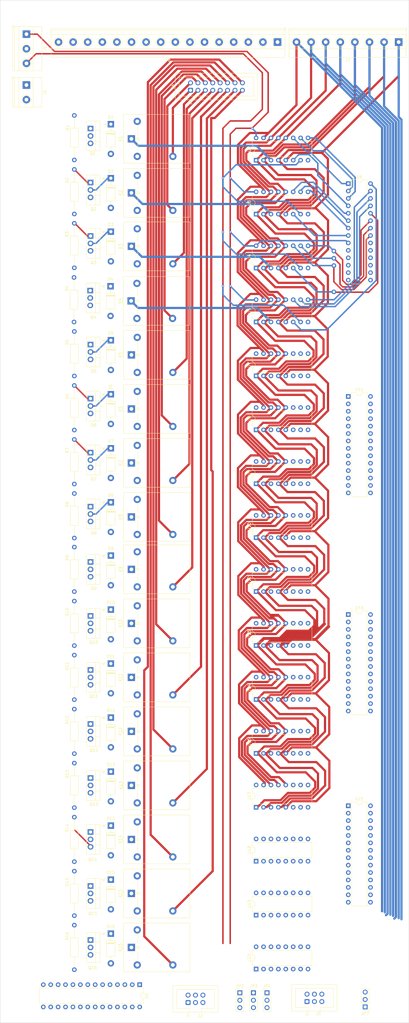
<source format=kicad_pcb>
(kicad_pcb (version 20211014) (generator pcbnew)
  (layers (0 "F.Cu" signal) (31 "B.Cu" signal) (34 "B.Paste" user) (35 "F.Paste" user) (36 "B.SilkS" user "B.Silkscreen") (37 "F.SilkS" user "F.Silkscreen") (38 "B.Mask" user) (39 "F.Mask" user) (44 "Edge.Cuts" user))
  (net 0 "")
  (net 1 "12V")
  (net 2 "Net-(D1-Pad2)")
  (net 3 "Net-(D2-Pad2)")
  (net 4 "Net-(D3-Pad2)")
  (net 5 "Net-(D4-Pad2)")
  (net 6 "Net-(D5-Pad2)")
  (net 7 "Net-(D6-Pad2)")
  (net 8 "Net-(D7-Pad2)")
  (net 9 "Net-(D8-Pad2)")
  (net 10 "Net-(D9-Pad2)")
  (net 11 "Net-(D10-Pad2)")
  (net 12 "Net-(D11-Pad2)")
  (net 13 "Net-(D12-Pad2)")
  (net 14 "Net-(D13-Pad2)")
  (net 15 "Net-(D14-Pad2)")
  (net 16 "Net-(D15-Pad2)")
  (net 17 "Net-(D16-Pad2)")
  (net 18 "GND")
  (net 19 "SCL1")
  (net 21 "SD1")
  (net 23 "+5V")
  (net 24 "Electrode 1")
  (net 25 "Electrode 2")
  (net 26 "Electrode 3")
  (net 27 "Electrode 4")
  (net 28 "Electrode 5")
  (net 29 "Electrode 6")
  (net 30 "Electrode 7")
  (net 31 "Electrode 8")
  (net 32 "Electrode 9")
  (net 33 "Electrode 10")
  (net 34 "Electrode 11")
  (net 35 "Electrode 12")
  (net 36 "Electrode 13")
  (net 37 "Electrode 14")
  (net 38 "Electrode 15")
  (net 39 "Electrode 16")
  (net 40 "Addr2")
  (net 41 "Addr1")
  (net 42 "Addr0")
  (net 43 "E1")
  (net 44 "E2")
  (net 45 "E3")
  (net 46 "E4")
  (net 47 "E5")
  (net 48 "E6")
  (net 49 "E7")
  (net 50 "E8")
  (net 51 "E9")
  (net 52 "E10")
  (net 53 "E11")
  (net 54 "E12")
  (net 55 "E13")
  (net 56 "E14")
  (net 57 "E15")
  (net 58 "E16")
  (net 63 "+5VA")
  (net 64 "GNDA")
  (net 65 "-5VA")
  (net 66 "SCL2")
  (net 68 "SDA_2")
  (net 72 "Role N1")
  (net 73 "Role N2")
  (net 74 "Role N3")
  (net 75 "Role M3y")
  (net 76 "Enable_MUX1")
  (net 77 "S2_MUX1")
  (net 78 "S1_MUX1")
  (net 79 "S0_MUX1")
  (net 80 "Role M1y")
  (net 81 "Role M1x")
  (net 82 "Role M2x")
  (net 83 "Role N4")
  (net 84 "Enable_MUX2")
  (net 85 "S2_MUX2")
  (net 86 "S1_MUX2")
  (net 87 "S0_MUX2")
  (net 88 "Enable_MUX3")
  (net 89 "S1_MUX3")
  (net 90 "S0_MUX3")
  (net 91 "Enable_MUX4")
  (net 92 "S2_MUX4")
  (net 93 "S1_MUX4")
  (net 94 "S0_MUX4")
  (net 99 "S2_MUX3")
  (net 100 "Enable_MUX5")
  (net 101 "S2_MUX5")
  (net 102 "S1_MUX5")
  (net 103 "S0_MUX5")
  (net 104 "Enable_MUX6")
  (net 105 "S2_MUX6")
  (net 106 "S1_MUX6")
  (net 107 "S0_MUX6")
  (net 108 "Enable_MUX7")
  (net 109 "S2_MUX7")
  (net 110 "S1_MUX7")
  (net 111 "S0_MUX7")
  (net 112 "Enable_MUX8")
  (net 113 "S2_MUX8")
  (net 114 "S1_MUX8")
  (net 115 "S0_MUX8")
  (net 120 "Enable_MUX9")
  (net 121 "S2_MUX9")
  (net 122 "S1_MUX9")
  (net 123 "S0_MUX9")
  (net 124 "Enable_MUX10")
  (net 125 "S2_MUX10")
  (net 126 "S1_MUX10")
  (net 127 "S0_MUX10")
  (net 128 "Enable_MUX11")
  (net 129 "S2_MUX11")
  (net 130 "S1_MUX11")
  (net 131 "S0_MUX11")
  (net 132 "Enable_MUX12")
  (net 133 "S2_MUX12")
  (net 134 "S1_MUX12")
  (net 135 "S0_MUX12")
  (net 140 "Enable_MUX13")
  (net 141 "S2_MUX13")
  (net 142 "S1_MUX13")
  (net 143 "S0_MUX13")
  (net 144 "Enable_MUX14")
  (net 145 "S2_MUX14")
  (net 146 "S1_MUX14")
  (net 147 "S0_MUX14")
  (net 148 "Enable_MUX15")
  (net 149 "S2_MUX15")
  (net 150 "S1_MUX15")
  (net 151 "S0_MUX15")
  (net 152 "Enable_MUX16")
  (net 153 "S2_MUX16")
  (net 154 "S1_MUX16")
  (net 155 "S0_MUX16")
  (net 160 "Role MN_E1")
  (net 161 "Role MN_E2")
  (net 162 "Role MN_E3")
  (net 163 "Role MN_E4")
  (net 164 "Role MN_E5")
  (net 165 "Role MN_E6")
  (net 166 "Role MN_E7")
  (net 167 "Role MN_E8")
  (net 168 "Role MN_E9")
  (net 169 "Role MN_E10")
  (net 170 "Role MN_E11")
  (net 171 "Role MN_E12")
  (net 172 "Role MN_E13")
  (net 173 "Role MN_E14")
  (net 174 "Role MN_E15")
  (net 175 "Role MN_E16")
  (footprint "relay:Relay_SPDT_Omron-G5LE-1-VD" (layer "F.Cu") (at 75.65 363.37 90)
    (fp_text reference "K16")
    (fp_text value "G5LE-1-VD")
  )
  (footprint "Resistor_THT:R_Axial_DIN0207_L6.3mm_D2.5mm_P15.24mm_Horizontal" (layer "F.Cu") (at 56.105 152.554 -90)
    (fp_text reference "R5")
    (fp_text value "100k")
  )
  (footprint "relay:Relay_SPDT_Omron-G5LE-1-VD" (layer "F.Cu") (at 75.65 289.426 90)
    (fp_text reference "K12")
    (fp_text value "G5LE-1-VD")
  )
  (footprint "relay:Relay_SPDT_Omron-G5LE-1-VD" (layer "F.Cu") (at 75.65 86.63 90)
    (fp_text reference "K1")
    (fp_text value "G5LE-1-VD")
  )
  (footprint "Connector_PinHeader_2.54mm:PinHeader_1x03_P2.54mm_Vertical" (layer "F.Cu") (at 122.1 378.9)
    (fp_text reference "JP1")
    (fp_text value "Addr 2")
  )
  (footprint "Package_DIP:DIP-16_W7.62mm" (layer "F.Cu") (at 118.37 186.21 90)
    (fp_text reference "U8")
    (fp_text value "74HC4051")
  )
  (footprint "Resistor_THT:R_Axial_DIN0207_L6.3mm_D2.5mm_P15.24mm_Horizontal" (layer "F.Cu") (at 56.105 337.264 -90)
    (fp_text reference "R15")
    (fp_text value "100k")
  )
  (footprint "Package_DIP:DIP-28_W7.62mm" (layer "F.Cu") (at 149.93 101.935)
    (fp_text reference "U6")
    (fp_text value "MCP23017_SP")
  )
  (footprint "Package_TO_SOT_THT:TO-220-3_Vertical" (layer "F.Cu") (at 61.655 119.862 -90)
    (fp_text reference "Q3")
    (fp_text value "STP16NF06L")
  )
  (footprint "Package_DIP:DIP-16_W7.62mm" (layer "F.Cu") (at 118.37 370.77 90)
    (fp_text reference "U20")
    (fp_text value "74HC4051")
  )
  (footprint "Package_TO_SOT_THT:TO-220-3_Vertical" (layer "F.Cu") (at 61.655 342.344 -90)
    (fp_text reference "Q15")
    (fp_text value "STP16NF06L")
  )
  (footprint "Package_DIP:DIP-28_W7.62mm" (layer "F.Cu") (at 149.93 314.885)
    (fp_text reference "U21")
    (fp_text value "MCP23017_SP")
  )
  (footprint "Diode_THT:D_DO-41_SOD81_P10.16mm_Horizontal" (layer "F.Cu") (at 68.615 358.65 -90)
    (fp_text reference "D16")
    (fp_text value "1N_E4007")
  )
  (footprint "Diode_THT:D_DO-41_SOD81_P10.16mm_Horizontal" (layer "F.Cu") (at 68.615 266.22 -90)
    (fp_text reference "D11")
    (fp_text value "1N_E4007")
  )
  (footprint "Diode_THT:D_DO-41_SOD81_P10.16mm_Horizontal" (layer "F.Cu") (at 68.615 100.096 -90)
    (fp_text reference "D2")
    (fp_text value "1N_E4007")
  )
  (footprint "Package_DIP:DIP-16_W7.62mm" (layer "F.Cu") (at 118.37 241.578 90)
    (fp_text reference "U12")
    (fp_text value "74HC4051")
  )
  (footprint "relay:Relay_SPDT_Omron-G5LE-1-VD" (layer "F.Cu") (at 75.65 179.06 90)
    (fp_text reference "K6")
    (fp_text value "G5LE-1-VD")
  )
  (footprint "Package_TO_SOT_THT:TO-220-3_Vertical" (layer "F.Cu") (at 61.655 101.576 -90)
    (fp_text reference "Q2")
    (fp_text value "STP16NF06L")
  )
  (footprint "Resistor_THT:R_Axial_DIN0207_L6.3mm_D2.5mm_P15.24mm_Horizontal" (layer "F.Cu") (at 56.105 355.75 -90)
    (fp_text reference "R16")
    (fp_text value "100k")
  )
  (footprint "Package_DIP:DIP-28_W7.62mm" (layer "F.Cu") (at 78.495 376.12 -90)
    (fp_text reference "U1")
    (fp_text value "MCP23017_SP")
  )
  (footprint "TerminalBlock_Phoenix:TerminalBlock_Phoenix_MKDS-1,5-8_1x08_P5.00mm_Horizontal" (layer "F.Cu") (at 167.2 53.5 180)
    (fp_text reference "J7")
    (fp_text value "Screw_Terminal_01x08")
  )
  (footprint "Diode_THT:D_DO-41_SOD81_P10.16mm_Horizontal" (layer "F.Cu") (at 68.615 340.164 -90)
    (fp_text reference "D15")
    (fp_text value "1N_E4007")
  )
  (footprint "Resistor_THT:R_Axial_DIN0207_L6.3mm_D2.5mm_P15.24mm_Horizontal" (layer "F.Cu") (at 56.105 189.526 -90)
    (fp_text reference "R7")
    (fp_text value "100k")
  )
  (footprint "Package_DIP:DIP-16_W7.62mm" (layer "F.Cu") (at 118.37 112.386 90)
    (fp_text reference "U3")
    (fp_text value "74HC4051")
  )
  (footprint "relay:Relay_SPDT_Omron-G5LE-1-VD" (layer "F.Cu") (at 75.65 197.546 90)
    (fp_text reference "K7")
    (fp_text value "G5LE-1-VD")
  )
  (footprint "Connector_PinHeader_2.54mm:PinHeader_1x03_P2.54mm_Vertical" (layer "F.Cu") (at 117.45 378.9)
    (fp_text reference "JP3")
    (fp_text value "Addr 0")
  )
  (footprint "Resistor_THT:R_Axial_DIN0207_L6.3mm_D2.5mm_P15.24mm_Horizontal" (layer "F.Cu") (at 56.105 318.778 -90)
    (fp_text reference "R14")
    (fp_text value "100k")
  )
  (footprint "Package_TO_SOT_THT:TO-220-3_Vertical" (layer "F.Cu") (at 61.655 194.006 -90)
    (fp_text reference "Q7")
    (fp_text value "STP16NF06L")
  )
  (footprint "Diode_THT:D_DO-41_SOD81_P10.16mm_Horizontal" (layer "F.Cu") (at 68.615 211.012 -90)
    (fp_text reference "D8")
    (fp_text value "1N_E4007")
  )
  (footprint "Package_DIP:DIP-16_W7.62mm" (layer "F.Cu") (at 118.37 333.858 90)
    (fp_text reference "U18")
    (fp_text value "74HC4051")
  )
  (footprint "Package_TO_SOT_THT:TO-220-3_Vertical" (layer "F.Cu") (at 61.655 360.83 -90)
    (fp_text reference "Q16")
    (fp_text value "STP16NF06L")
  )
  (footprint "Connector_PinHeader_2.54mm:PinHeader_1x03_P2.54mm_Vertical" (layer "F.Cu") (at 155.715 383.73 180)
    (fp_text reference "JP7")
    (fp_text value "Addr 2")
  )
  (footprint "Diode_THT:D_DO-41_SOD81_P10.16mm_Horizontal" (layer "F.Cu") (at 68.615 229.248 -90)
    (fp_text reference "D9")
    (fp_text value "1N_E4007")
  )
  (footprint "Connector_IDC:IDC-Header_2x08_P2.54mm_Vertical" (layer "F.Cu") (at 95.9 70 90)
    (fp_text reference "J4")
    (fp_text value "Conn_02x08_Odd_Even")
  )
  (footprint "relay:Relay_SPDT_Omron-G5LE-1-VD" (layer "F.Cu") (at 75.65 344.884 90)
    (fp_text reference "K15")
    (fp_text value "G5LE-1-VD")
  )
  (footprint "Connector_PinHeader_2.54mm:PinHeader_1x03_P2.54mm_Vertical" (layer "F.Cu") (at 112.8 378.9)
    (fp_text reference "JP2")
    (fp_text value "Addr 1")
  )
  (footprint "Diode_THT:D_DO-41_SOD81_P10.16mm_Horizontal" (layer "F.Cu") (at 68.515 137.068 -90)
    (fp_text reference "D4")
    (fp_text value "1N_E4007")
  )
  (footprint "Package_DIP:DIP-16_W7.62mm" (layer "F.Cu") (at 118.37 278.49 90)
    (fp_text reference "U14")
    (fp_text value "74HC4051")
  )
  (footprint "Resistor_THT:R_Axial_DIN0207_L6.3mm_D2.5mm_P15.24mm_Horizontal" (layer "F.Cu") (at 56.105 78.61 -90)
    (fp_text reference "R1")
    (fp_text value "100k")
  )
  (footprint "Resistor_THT:R_Axial_DIN0207_L6.3mm_D2.5mm_P15.24mm_Horizontal" (layer "F.Cu") (at 56.105 226.348 -90)
    (fp_text reference "R9")
    (fp_text value "100k")
  )
  (footprint "Connector_IDC:IDC-Header_2x03_P2.54mm_Vertical" (layer "F.Cu") (at 135.8 381.9 90)
    (fp_text reference "J6")
    (fp_text value "I2C")
  )
  (footprint "Package_DIP:DIP-16_W7.62mm" (layer "F.Cu") (at 118.37 352.314 90)
    (fp_text reference "U19")
    (fp_text value "74HC4051")
  )
  (footprint "Diode_THT:D_DO-41_SOD81_P10.16mm_Horizontal" (layer "F.Cu") (at 68.615 118.382 -90)
    (fp_text reference "D3")
    (fp_text value "1N_E4007")
  )
  (footprint "relay:Relay_SPDT_Omron-G5LE-1-VD" (layer "F.Cu") (at 75.65 307.912 90)
    (fp_text reference "K13")
    (fp_text value "G5LE-1-VD")
  )
  (footprint "Package_DIP:DIP-16_W7.62mm" (layer "F.Cu") (at 118.37 130.842 90)
    (fp_text reference "U4")
    (fp_text value "74HC4051")
  )
  (footprint "relay:Relay_SPDT_Omron-G5LE-1-VD" (layer "F.Cu") (at 75.65 216.032 90)
    (fp_text reference "K8")
    (fp_text value "G5LE-1-VD")
  )
  (footprint "Package_DIP:DIP-16_W7.62mm" (layer "F.Cu") (at 118.37 315.402 90)
    (fp_text reference "U17")
    (fp_text value "74HC4051")
  )
  (footprint "Resistor_THT:R_Axial_DIN0207_L6.3mm_D2.5mm_P15.24mm_Horizontal" (layer "F.Cu") (at 56.105 244.834 -90)
    (fp_text reference "R10")
    (fp_text value "100k")
  )
  (footprint "Package_TO_SOT_THT:TO-220-3_Vertical" (layer "F.Cu") (at 61.655 323.858 -90)
    (fp_text reference "Q14")
    (fp_text value "STP16NF06L")
  )
  (footprint "Package_TO_SOT_THT:TO-220-3_Vertical" (layer "F.Cu") (at 61.655 83.09 -90)
    (fp_text reference "Q1")
    (fp_text value "STP16NF06L")
  )
  (footprint "Resistor_THT:R_Axial_DIN0207_L6.3mm_D2.5mm_P15.24mm_Horizontal" (layer "F.Cu") (at 56.005 134.068 -90)
    (fp_text reference "R4")
    (fp_text value "100k")
  )
  (footprint "relay:Relay_SPDT_Omron-G5LE-1-VD" (layer "F.Cu") (at 75.65 233.968 90)
    (fp_text reference "K9")
    (fp_text value "G5LE-1-VD")
  )
  (footprint "TerminalBlock_Phoenix:TerminalBlock_Phoenix_MKDS-1,5-16_1x16_P5.00mm_Horizontal" (layer "F.Cu") (at 125.7 53.5 180)
    (fp_text reference "J8")
    (fp_text value "Screw_Terminal_01x16")
  )
  (footprint "Package_DIP:DIP-16_W7.62mm" (layer "F.Cu") (at 118.37 204.666 90)
    (fp_text reference "U9")
    (fp_text value "74HC4051")
  )
  (footprint "relay:Relay_SPDT_Omron-G5LE-1-VD" (layer "F.Cu") (at 75.65 252.454 90)
    (fp_text reference "K10")
    (fp_text value "G5LE-1-VD")
  )
  (footprint "Package_TO_SOT_THT:TO-220-3_Vertical" (layer "F.Cu") (at 61.555 138.548 -90)
    (fp_text reference "Q4")
    (fp_text value "STP16NF06L")
  )
  (footprint "Diode_THT:D_DO-41_SOD81_P10.16mm_Horizontal" (layer "F.Cu") (at 68.615 174.04 -90)
    (fp_text reference "D6")
    (fp_text value "1N_E4007")
  )
  (footprint "TerminalBlock_Phoenix:TerminalBlock_Phoenix_MKDS-1,5-3_1x03_P5.00mm_Horizontal" (layer "F.Cu") (at 39.715 50.79 -90)
    (fp_text reference "J5")
    (fp_text value "Screw_Terminal_01x03")
  )
  (footprint "Resistor_THT:R_Axial_DIN0207_L6.3mm_D2.5mm_P15.24mm_Horizontal" (layer "F.Cu") (at 56.105 281.806 -90)
    (fp_text reference "R12")
    (fp_text value "100k")
  )
  (footprint "Diode_THT:D_DO-41_SOD81_P10.16mm_Horizontal" (layer "F.Cu") (at 68.615 321.678 -90)
    (fp_text reference "D14")
    (fp_text value "1N_E4007")
  )
  (footprint "Package_DIP:DIP-28_W7.62mm" (layer "F.Cu") (at 149.93 249.435)
    (fp_text reference "U16")
    (fp_text value "MCP23017_SP")
  )
  (footprint "Resistor_THT:R_Axial_DIN0207_L6.3mm_D2.5mm_P15.24mm_Horizontal" (layer "F.Cu") (at 56.105 97.096 -90)
    (fp_text reference "R2")
    (fp_text value "100k")
  )
  (footprint "Package_TO_SOT_THT:TO-220-3_Vertical" (layer "F.Cu") (at 61.655 286.886 -90)
    (fp_text reference "Q12")
    (fp_text value "STP16NF06L")
  )
  (footprint "relay:Relay_SPDT_Omron-G5LE-1-VD" (layer "F.Cu") (at 75.65 270.94 90)
    (fp_text reference "K11")
    (fp_text value "G5LE-1-VD")
  )
  (footprint "relay:Relay_SPDT_Omron-G5LE-1-VD" (layer "F.Cu") (at 75.65 105.116 90)
    (fp_text reference "K2")
    (fp_text value "G5LE-1-VD")
  )
  (footprint "Package_TO_SOT_THT:TO-220-3_Vertical" (layer "F.Cu") (at 61.655 231.428 -90)
    (fp_text reference "Q9")
    (fp_text value "STP16NF06L")
  )
  (footprint "Resistor_THT:R_Axial_DIN0207_L6.3mm_D2.5mm_P15.24mm_Horizontal" (layer "F.Cu") (at 56.105 263.32 -90)
    (fp_text reference "R11")
    (fp_text value "100k")
  )
  (footprint "Diode_THT:D_DO-41_SOD81_P10.16mm_Horizontal" (layer "F.Cu") (at 68.615 192.526 -90)
    (fp_text reference "D7")
    (fp_text value "1N_E4007")
  )
  (footprint "Resistor_THT:R_Axial_DIN0207_L6.3mm_D2.5mm_P15.24mm_Horizontal" (layer "F.Cu") (at 56.105 208.012 -90)
    (fp_text reference "R8")
    (fp_text value "100k")
  )
  (footprint "Package_DIP:DIP-16_W7.62mm" (layer "F.Cu") (at 118.37 223.122 90)
    (fp_text reference "U10")
    (fp_text value "74HC4051")
  )
  (footprint "Package_DIP:DIP-16_W7.62mm" (layer "F.Cu") (at 118.37 260.034 90)
    (fp_text reference "U13")
    (fp_text value "74HC4051")
  )
  (footprint "TerminalBlock_Phoenix:TerminalBlock_Phoenix_MKDS-1,5-2_1x02_P5.00mm_Horizontal" (layer "F.Cu") (at 39.7 68.2 -90)
    (fp_text reference "J1")
    (fp_text value "Relays Pwr")
  )
  (footprint "Diode_THT:D_DO-41_SOD81_P10.16mm_Horizontal" (layer "F.Cu") (at 68.615 155.554 -90)
    (fp_text reference "D5")
    (fp_text value "1N_E4007")
  )
  (footprint "Package_TO_SOT_THT:TO-220-3_Vertical" (layer "F.Cu") (at 61.655 305.372 -90)
    (fp_text reference "Q13")
    (fp_text value "STP16NF06L")
  )
  (footprint "relay:Relay_SPDT_Omron-G5LE-1-VD" (layer "F.Cu") (at 75.65 160.574 90)
    (fp_text reference "K5")
    (fp_text value "G5LE-1-VD")
  )
  (footprint "Package_DIP:DIP-16_W7.62mm" (layer "F.Cu") (at 118.37 296.946 90)
    (fp_text reference "U15")
    (fp_text value "74HC4051")
  )
  (footprint "Resistor_THT:R_Axial_DIN0207_L6.3mm_D2.5mm_P15.24mm_Horizontal" (layer "F.Cu") (at 56.105 171.04 -90)
    (fp_text reference "R6")
    (fp_text value "100k")
  )
  (footprint "Package_TO_SOT_THT:TO-220-3_Vertical" (layer "F.Cu") (at 61.655 249.914 -90)
    (fp_text reference "Q10")
    (fp_text value "STP16NF06L")
  )
  (footprint "relay:Relay_SPDT_Omron-G5LE-1-VD" (layer "F.Cu") (at 75.55 142.088 90)
    (fp_text reference "K4")
    (fp_text value "G5LE-1-VD")
  )
  (footprint "Diode_THT:D_DO-41_SOD81_P10.16mm_Horizontal" (layer "F.Cu") (at 68.615 303.192 -90)
    (fp_text reference "D13")
    (fp_text value "1N_E4007")
  )
  (footprint "relay:Relay_SPDT_Omron-G5LE-1-VD" (layer "F.Cu") (at 75.65 123.402 90)
    (fp_text reference "K3")
    (fp_text value "G5LE-1-VD")
  )
  (footprint "Package_TO_SOT_THT:TO-220-3_Vertical" (layer "F.Cu") (at 61.655 212.492 -90)
    (fp_text reference "Q8")
    (fp_text value "STP16NF06L")
  )
  (footprint "Package_DIP:DIP-16_W7.62mm" (layer "F.Cu") (at 118.37 167.754 90)
    (fp_text reference "U7")
    (fp_text value "74HC4051")
  )
  (footprint "Package_DIP:DIP-28_W7.62mm" (layer "F.Cu") (at 149.93 174.785)
    (fp_text reference "U11")
    (fp_text value "MCP23017_SP")
  )
  (footprint "Connector_IDC:IDC-Header_2x03_P2.54mm_Vertical" (layer "F.Cu") (at 95.065 382.235 90)
    (fp_text reference "J2")
    (fp_text value "I2C")
  )
  (footprint "Resistor_THT:R_Axial_DIN0207_L6.3mm_D2.5mm_P15.24mm_Horizontal" (layer "F.Cu") (at 56.105 300.292 -90)
    (fp_text reference "R13")
    (fp_text value "100k")
  )
  (footprint "Package_DIP:DIP-16_W7.62mm" (layer "F.Cu") (at 118.37 93.93 90)
    (fp_text reference "U2")
    (fp_text value "74HC4051")
  )
  (footprint "Package_TO_SOT_THT:TO-220-3_Vertical" (layer "F.Cu") (at 61.655 175.52 -90)
    (fp_text reference "Q6")
    (fp_text value "STP16NF06L")
  )
  (footprint "Diode_THT:D_DO-41_SOD81_P10.16mm_Horizontal" (layer "F.Cu") (at 68.615 81.61 -90)
    (fp_text reference "D1")
    (fp_text value "1N_E4007")
  )
  (footprint "Diode_THT:D_DO-41_SOD81_P10.16mm_Horizontal" (layer "F.Cu") (at 68.615 247.734 -90)
    (fp_text reference "D10")
    (fp_text value "1N_E4007")
  )
  (footprint "relay:Relay_SPDT_Omron-G5LE-1-VD" (layer "F.Cu") (at 75.65 326.398 90)
    (fp_text reference "K14")
    (fp_text value "G5LE-1-VD")
  )
  (footprint "Resistor_THT:R_Axial_DIN0207_L6.3mm_D2.5mm_P15.24mm_Horizontal" (layer "F.Cu") (at 56.095 115.518 -90)
    (fp_text reference "R3")
    (fp_text value "100k")
  )
  (footprint "Diode_THT:D_DO-41_SOD81_P10.16mm_Horizontal" (layer "F.Cu") (at 68.615 284.706 -90)
    (fp_text reference "D12")
    (fp_text value "1N_E4007")
  )
  (footprint "Package_TO_SOT_THT:TO-220-3_Vertical" (layer "F.Cu") (at 61.655 157.034 -90)
    (fp_text reference "Q5")
    (fp_text value "STP16NF06L")
  )
  (footprint "Package_DIP:DIP-16_W7.62mm" (layer "F.Cu") (at 118.37 149.298 90)
    (fp_text reference "U5")
    (fp_text value "74HC4051")
  )
  (footprint "Package_TO_SOT_THT:TO-220-3_Vertical" (layer "F.Cu") (at 61.655 268.4 -90)
    (fp_text reference "Q11")
    (fp_text value "STP16NF06L")
  )
  (gr_line (start 30.7 389.2) (end 30.7 39.2) (layer "Edge.Cuts") (width 0.1))
  (gr_line (start 170.7 39.15) (end 30.7 39.15) (layer "Edge.Cuts") (width 0.1))
  (gr_line (start 170.7 389.15) (end 170.7 39.15) (layer "Edge.Cuts") (width 0.1))
  (gr_line (start 170.7 389.15) (end 30.7 389.15) (layer "Edge.Cuts") (width 0.1))
  (segment (start 63.535 215.032) (end 61.655 215.032) (width 0.5) (layer "B.Cu") (net 1))
  (segment (start 67.915 173.68) (end 63.535 178.06) (width 0.5) (layer "B.Cu") (net 1))
  (segment (start 63.535 122.402) (end 61.655 122.402) (width 0.5) (layer "B.Cu") (net 1))
  (segment (start 63.535 178.06) (end 61.655 178.06) (width 0.5) (layer "B.Cu") (net 1))
  (segment (start 67.915 118.022) (end 63.535 122.402) (width 0.5) (layer "B.Cu") (net 1))
  (segment (start 67.915 210.652) (end 63.535 215.032) (width 0.5) (layer "B.Cu") (net 1))
  (segment (start 67.915 99.736) (end 63.535 104.116) (width 0.5) (layer "B.Cu") (net 3))
  (segment (start 63.535 104.116) (end 61.655 104.116) (width 0.5) (layer "B.Cu") (net 3))
  (segment (start 61.655 159.574) (end 63.535 159.574) (width 0.5) (layer "B.Cu") (net 6))
  (segment (start 63.535 159.574) (end 67.915 155.194) (width 0.5) (layer "B.Cu") (net 6))
  (segment (start 63.535 196.546) (end 61.655 196.546) (width 0.5) (layer "B.Cu") (net 8))
  (segment (start 67.915 192.166) (end 63.535 196.546) (width 0.5) (layer "B.Cu") (net 8))
  (segment (start 56.3 323.246576) (end 61.805 328.751576) (width 0.5) (layer "F.Cu") (net 18))
  (segment (start 89.85 92.63) (end 89.85 76.05) (width 0.75) (layer "F.Cu") (net 24))
  (segment (start 89.85 76.05) (end 95.9 70) (width 0.75) (layer "F.Cu") (net 24))
  (segment (start 87.949511 75.410489) (end 95.9 67.46) (width 0.75) (layer "F.Cu") (net 25))
  (segment (start 89.85 111.116) (end 87.949511 109.215511) (width 0.75) (layer "F.Cu") (net 25))
  (segment (start 87.949511 109.215511) (end 87.949511 75.410489) (width 0.75) (layer "F.Cu") (net 25))
  (segment (start 93.651467 125.600533) (end 89.85 129.402) (width 0.75) (layer "F.Cu") (net 26))
  (segment (start 98.44 70) (end 93.651467 74.788533) (width 0.75) (layer "F.Cu") (net 26))
  (segment (start 93.651467 74.788533) (end 93.651467 125.600533) (width 0.75) (layer "F.Cu") (net 26))
  (segment (start 89.75 148.088) (end 87 145.338) (width 0.75) (layer "F.Cu") (net 27))
  (segment (start 87 73) (end 94.5 65.5) (width 0.75) (layer "F.Cu") (net 27))
  (segment (start 87 145.338) (end 87 73) (width 0.75) (layer "F.Cu") (net 27))
  (segment (start 94.5 65.5) (end 96.48 65.5) (width 0.75) (layer "F.Cu") (net 27))
  (segment (start 96.48 65.5) (end 98.44 67.46) (width 0.75) (layer "F.Cu") (net 27))
  (segment (start 89.85 166.574) (end 94.600978 161.823022) (width 0.75) (layer "F.Cu") (net 28))
  (segment (start 94.600978 161.823022) (end 94.600978 76.379022) (width 0.75) (layer "F.Cu") (net 28))
  (segment (start 94.600978 76.379022) (end 100.98 70) (width 0.75) (layer "F.Cu") (net 28))
  (segment (start 98.02 64.5) (end 93.5 64.5) (width 0.75) (layer "F.Cu") (net 29))
  (segment (start 100.98 67.46) (end 98.02 64.5) (width 0.75) (layer "F.Cu") (net 29))
  (segment (start 93.5 64.5) (end 86.047555 71.952445) (width 0.75) (layer "F.Cu") (net 29))
  (segment (start 86.047555 71.952445) (end 86.047555 181.257555) (width 0.75) (layer "F.Cu") (net 29))
  (segment (start 86.047555 181.257555) (end 89.85 185.06) (width 0.75) (layer "F.Cu") (net 29))
  (segment (start 95.550489 197.845511) (end 89.85 203.546) (width 0.75) (layer "F.Cu") (net 30))
  (segment (start 95.550489 77.969511) (end 95.550489 197.845511) (width 0.75) (layer "F.Cu") (net 30))
  (segment (start 103.52 70) (end 95.550489 77.969511) (width 0.75) (layer "F.Cu") (net 30))
  (segment (start 85.098044 71.401956) (end 85.098044 217.280044) (width 0.75) (layer "F.Cu") (net 31))
  (segment (start 85.098044 217.280044) (end 89.85 222.032) (width 0.75) (layer "F.Cu") (net 31))
  (segment (start 99.61048 63.55048) (end 92.94952 63.55048) (width 0.75) (layer "F.Cu") (net 31))
  (segment (start 103.52 67.46) (end 99.61048 63.55048) (width 0.75) (layer "F.Cu") (net 31))
  (segment (start 92.94952 63.55048) (end 85.098044 71.401956) (width 0.75) (layer "F.Cu") (net 31))
  (segment (start 96.5 79.56) (end 106.06 70) (width 0.75) (layer "F.Cu") (net 32))
  (segment (start 96.5 233.318) (end 96.5 79.56) (width 0.75) (layer "F.Cu") (net 32))
  (segment (start 89.85 239.968) (end 96.5 233.318) (width 0.75) (layer "F.Cu") (net 32))
  (segment (start 101.200969 62.600969) (end 106.06 67.46) (width 0.75) (layer "F.Cu") (net 33))
  (segment (start 91.399031 62.600969) (end 101.200969 62.600969) (width 0.75) (layer "F.Cu") (net 33))
  (segment (start 89.85 258.454) (end 84.148533 252.752533) (width 0.75) (layer "F.Cu") (net 33))
  (segment (start 84.148533 252.752533) (end 84.148533 69.851467) (width 0.75) (layer "F.Cu") (net 33))
  (segment (start 84.148533 69.851467) (end 91.399031 62.600969) (width 0.75) (layer "F.Cu") (net 33))
  (segment (start 99.5 267.29) (end 89.85 276.94) (width 0.75) (layer "F.Cu") (net 34))
  (segment (start 99.6 79) (end 99.5 79) (width 0.75) (layer "F.Cu") (net 34))
  (segment (start 99.5 79) (end 99.5 267.29) (width 0.75) (layer "F.Cu") (net 34))
  (segment (start 108.6 70) (end 99.6 79) (width 0.75) (layer "F.Cu") (net 34))
  (segment (start 102.64 61.5) (end 90.5 61.5) (width 0.75) (layer "F.Cu") (net 35))
  (segment (start 90.5 61.5) (end 83.199022 68.800978) (width 0.75) (layer "F.Cu") (net 35))
  (segment (start 83.199022 68.800978) (end 83.199022 288.775022) (width 0.75) (layer "F.Cu") (net 35))
  (segment (start 83.199022 288.775022) (end 89.85 295.426) (width 0.75) (layer "F.Cu") (net 35))
  (segment (start 108.6 67.46) (end 102.64 61.5) (width 0.75) (layer "F.Cu") (net 35))
  (segment (start 101.5 302.262) (end 101.5 79.64) (width 0.75) (layer "F.Cu") (net 36))
  (segment (start 101.5 79.64) (end 111.14 70) (width 0.75) (layer "F.Cu") (net 36))
  (segment (start 89.85 313.912) (end 101.5 302.262) (width 0.75) (layer "F.Cu") (net 36))
  (segment (start 90.050489 60.449511) (end 104.129511 60.449511) (width 0.75) (layer "F.Cu") (net 37))
  (segment (start 82.249511 324.797511) (end 82.249511 68.250489) (width 0.75) (layer "F.Cu") (net 37))
  (segment (start 82.249511 68.250489) (end 90.050489 60.449511) (width 0.75) (layer "F.Cu") (net 37))
  (segment (start 104.129511 60.449511) (end 111.14 67.46) (width 0.75) (layer "F.Cu") (net 37))
  (segment (start 89.85 332.398) (end 82.249511 324.797511) (width 0.75) (layer "F.Cu") (net 37))
  (segment (start 103.5 200.5) (end 103.5 337.234) (width 0.75) (layer "F.Cu") (net 38))
  (segment (start 103 79.5) (end 103 200) (width 0.75) (layer "F.Cu") (net 38))
  (segment (start 103 200) (end 103.5 200.5) (width 0.75) (layer "F.Cu") (net 38))
  (segment (start 104.18 79.5) (end 103 79.5) (width 0.75) (layer "F.Cu") (net 38))
  (segment (start 113.68 70) (end 104.18 79.5) (width 0.75) (layer "F.Cu") (net 38))
  (segment (start 103.5 337.234) (end 89.85 350.884) (width 0.75) (layer "F.Cu") (net 38))
  (segment (start 105.72 59.5) (end 89 59.5) (width 0.75) (layer "F.Cu") (net 39))
  (segment (start 80.05048 359.57048) (end 89.85 369.37) (width 0.75) (layer "F.Cu") (net 39))
  (segment (start 113.68 67.46) (end 105.72 59.5) (width 0.75) (layer "F.Cu") (net 39))
  (segment (start 81.3 267.30096) (end 80.05048 268.55048) (width 0.75) (layer "F.Cu") (net 39))
  (segment (start 81.3 67.2) (end 81.3 267.30096) (width 0.75) (layer "F.Cu") (net 39))
  (segment (start 89 59.5) (end 81.3 67.2) (width 0.75) (layer "F.Cu") (net 39))
  (segment (start 80.05048 268.55048) (end 80.05048 359.57048) (width 0.75) (layer "F.Cu") (net 39))
  (segment (start 56.105 97.096) (end 61.185 102.176) (width 0.5) (layer "F.Cu") (net 44))
  (segment (start 61.185 101.576) (end 61.655 101.576) (width 0.5) (layer "F.Cu") (net 44))
  (segment (start 56.105 115.382) (end 61.185 120.462) (width 0.5) (layer "F.Cu") (net 45))
  (segment (start 61.185 119.862) (end 61.655 119.862) (width 0.5) (layer "F.Cu") (net 45))
  (segment (start 61.185 157.034) (end 61.655 157.034) (width 0.5) (layer "F.Cu") (net 47))
  (segment (start 61.185 175.52) (end 61.655 175.52) (width 0.5) (layer "F.Cu") (net 48))
  (segment (start 56.105 171.04) (end 61.185 176.12) (width 0.5) (layer "F.Cu") (net 48))
  (segment (start 61.185 194.006) (end 61.655 194.006) (width 0.5) (layer "F.Cu") (net 49))
  (segment (start 56.105 189.526) (end 61.185 194.606) (width 0.5) (layer "F.Cu") (net 49))
  (segment (start 122.5 64) (end 122.5 77.5) (width 0.5) (layer "F.Cu") (net 63))
  (segment (start 109.5 100) (end 109.5 362) (width 0.5) (layer "F.Cu") (net 63))
  (segment (start 115.200489 56.700489) (end 122.5 64) (width 0.5) (layer "F.Cu") (net 63))
  (segment (start 43.42068 50.79) (end 49.331169 56.700489) (width 0.5) (layer "F.Cu") (net 63))
  (segment (start 111.5 83) (end 109.5 85) (width 0.5) (layer "F.Cu") (net 63))
  (segment (start 117 83) (end 111.5 83) (width 0.5) (layer "F.Cu") (net 63))
  (segment (start 109.5 85) (end 109.5 100) (width 0.5) (layer "F.Cu") (net 63))
  (segment (start 122.5 77.5) (end 117 83) (width 0.5) (layer "F.Cu") (net 63))
  (segment (start 39.715 50.79) (end 43.42068 50.79) (width 0.5) (layer "F.Cu") (net 63))
  (segment (start 49.331169 56.700489) (end 115.200489 56.700489) (width 0.5) (layer "F.Cu") (net 63))
  (via (at 109.5 137) (size 0.8) (drill 0.4) (layers "F.Cu" "B.Cu") (net 63))
  (via (at 117 83) (size 0.8) (drill 0.4) (layers "F.Cu" "B.Cu") (net 63))
  (via (at 109.5 118.5) (size 0.8) (drill 0.4) (layers "F.Cu" "B.Cu") (net 63))
  (via (at 109.5 100) (size 0.8) (drill 0.4) (layers "F.Cu" "B.Cu") (net 63))
  (segment (start 114.266 123.266) (end 109.5 118.5) (width 0.5) (layer "B.Cu") (net 63))
  (segment (start 120.136999 121.455001) (end 118.37 123.222) (width 0.5) (layer "B.Cu") (net 63))
  (segment (start 118.37 141.766) (end 114.266 141.766) (width 0.5) (layer "B.Cu") (net 63))
  (segment (start 118.37 84.37) (end 117 83) (width 0.5) (layer "B.Cu") (net 63))
  (segment (start 118.37 104.766) (end 114.266 104.766) (width 0.5) (layer "B.Cu") (net 63))
  (segment (start 118.37 86.31) (end 118.37 84.37) (width 0.5) (layer "B.Cu") (net 63))
  (segment (start 118.37 123.266) (end 114.266 123.266) (width 0.5) (layer "B.Cu") (net 63))
  (segment (start 149.130001 121.455001) (end 120.136999 121.455001) (width 0.5) (layer "B.Cu") (net 63))
  (segment (start 114.266 141.766) (end 109.5 137) (width 0.5) (layer "B.Cu") (net 63))
  (segment (start 114.266 104.766) (end 109.5 100) (width 0.5) (layer "B.Cu") (net 63))
  (segment (start 149.93 122.255) (end 149.130001 121.455001) (width 0.5) (layer "B.Cu") (net 63))
  (segment (start 116.5 80.5) (end 109.5 80.5) (width 0.5) (layer "F.Cu") (net 65))
  (segment (start 39.715 60.79) (end 43.005 57.5) (width 0.5) (layer "F.Cu") (net 65))
  (segment (start 43.005 57.5) (end 114 57.5) (width 0.5) (layer "F.Cu") (net 65))
  (segment (start 107 83) (end 107 362) (width 0.5) (layer "F.Cu") (net 65))
  (segment (start 120.5 76.5) (end 116.5 80.5) (width 0.5) (layer "F.Cu") (net 65))
  (segment (start 109.5 80.5) (end 107 83) (width 0.5) (layer "F.Cu") (net 65))
  (segment (start 120.5 64) (end 120.5 76.5) (width 0.5) (layer "F.Cu") (net 65))
  (segment (start 114 57.5) (end 120.5 64) (width 0.5) (layer "F.Cu") (net 65))
  (via (at 107 137) (size 0.8) (drill 0.4) (layers "F.Cu" "B.Cu") (net 65))
  (via (at 107 100) (size 0.8) (drill 0.4) (layers "F.Cu" "B.Cu") (net 65))
  (via (at 107 118.5) (size 0.8) (drill 0.4) (layers "F.Cu" "B.Cu") (net 65))
  (segment (start 128.799489 126.075489) (end 111.575489 126.075489) (width 0.5) (layer "B.Cu") (net 65))
  (segment (start 133.61 112.386) (end 129.224 108) (width 0.5) (layer "B.Cu") (net 65))
  (segment (start 107 121.5) (end 107 118.5) (width 0.5) (layer "B.Cu") (net 65))
  (segment (start 129.224 108) (end 112 108) (width 0.5) (layer "B.Cu") (net 65))
  (segment (start 107 140) (end 107 137) (width 0.5) (layer "B.Cu") (net 65))
  (segment (start 112 108) (end 107 103) (width 0.5) (layer "B.Cu") (net 65))
  (segment (start 111.5 95.5) (end 107 100) (width 0.5) (layer "B.Cu") (net 65))
  (segment (start 110.575489 143.575489) (end 107 140) (width 0.5) (layer "B.Cu") (net 65))
  (segment (start 127.799489 143.575489) (end 110.575489 143.575489) (width 0.5) (layer "B.Cu") (net 65))
  (segment (start 133.61 93.93) (end 132.04 95.5) (width 0.5) (layer "B.Cu") (net 65))
  (segment (start 133.61 149.386) (end 127.799489 143.575489) (width 0.5) (layer "B.Cu") (net 65))
  (segment (start 111.575489 126.075489) (end 107 121.5) (width 0.5) (layer "B.Cu") (net 65))
  (segment (start 133.61 130.886) (end 128.799489 126.075489) (width 0.5) (layer "B.Cu") (net 65))
  (segment (start 107 103) (end 107 100) (width 0.5) (layer "B.Cu") (net 65))
  (segment (start 132.04 95.5) (end 111.5 95.5) (width 0.5) (layer "B.Cu") (net 65))
  (segment (start 138.100978 140.613399) (end 134.887579 137.4) (width 0.75) (layer "F.Cu") (net 72))
  (segment (start 120.694022 146.961978) (end 126.224533 146.961978) (width 0.75) (layer "F.Cu") (net 72))
  (segment (start 136.271438 144.442938) (end 138.100978 142.613398) (width 0.75) (layer "F.Cu") (net 72))
  (segment (start 125.306467 266.518511) (end 118.736467 259.948511) (width 0.75) (layer "F.Cu") (net 72))
  (segment (start 138.567445 290.231909) (end 138.567445 288.23191) (width 0.75) (layer "F.Cu") (net 72))
  (segment (start 120.744511 128.612467) (end 126.275022 128.612467) (width 0.75) (layer "F.Cu") (net 72))
  (segment (start 152.2 53.5) (end 152.2 72.486696) (width 0.75) (layer "F.Cu") (net 72))
  (segment (start 136.321927 181.293427) (end 138.151467 179.463887) (width 0.75) (layer "F.Cu") (net 72))
  (segment (start 138.306956 253.15142) (end 138.306956 251.151421) (width 0.75) (layer "F.Cu") (net 72))
  (segment (start 136.337905 218.061449) (end 138.167445 216.231909) (width 0.75) (layer "F.Cu") (net 72))
  (segment (start 135.054046 229.518511) (end 125.106467 229.518511) (width 0.75) (layer "F.Cu") (net 72))
  (segment (start 138.100978 105.713398) (end 138.100978 103.713399) (width 0.75) (layer "F.Cu") (net 72))
  (segment (start 134.938068 174.250489) (end 124.990489 174.250489) (width 0.75) (layer "F.Cu") (net 72))
  (segment (start 134.977579 192.67) (end 125.03 192.67) (width 0.75) (layer "F.Cu") (net 72))
  (segment (start 121.11 257.73) (end 126.640511 257.73) (width 0.75) (layer "F.Cu") (net 72))
  (segment (start 138.151467 177.463888) (end 134.938068 174.250489) (width 0.75) (layer "F.Cu") (net 72))
  (segment (start 138.267445 232.73191) (end 135.054046 229.518511) (width 0.75) (layer "F.Cu") (net 72))
  (segment (start 138.190978 195.883399) (end 134.977579 192.67) (width 0.75) (layer "F.Cu") (net 72))
  (segment (start 136.221927 162.793427) (end 138.051467 160.963887) (width 0.75) (layer "F.Cu") (net 72))
  (segment (start 129.249551 310.48096) (end 136.777416 310.48096) (width 0.75) (layer "F.Cu") (net 72))
  (segment (start 128.794062 126.093427) (end 136.321927 126.093427) (width 0.75) (layer "F.Cu") (net 72))
  (segment (start 126.275022 128.612467) (end 128.794062 126.093427) (width 0.75) (layer "F.Cu") (net 72))
  (segment (start 118.536467 241.404511) (end 120.860489 239.080489) (width 0.75) (layer "F.Cu") (net 72))
  (segment (start 124.990489 174.250489) (end 118.420489 167.680489) (width 0.75) (layer "F.Cu") (net 72))
  (segment (start 118.436467 222.904511) (end 120.760489 220.580489) (width 0.75) (layer "F.Cu") (net 72))
  (segment (start 135.254046 266.518511) (end 125.306467 266.518511) (width 0.75) (layer "F.Cu") (net 72))
  (segment (start 138.216956 197.88142) (end 138.216956 195.881421) (width 0.75) (layer "F.Cu") (net 72))
  (segment (start 135.393557 303.438022) (end 125.445978 303.438022) (width 0.75) (layer "F.Cu") (net 72))
  (segment (start 120.9 257.5) (end 126.430511 257.5) (width 0.75) (layer "F.Cu") (net 72))
  (segment (start 138.151467 122.263888) (end 134.938068 119.050489) (width 0.75) (layer "F.Cu") (net 72))
  (segment (start 134.887579 100.5) (end 124.94 100.5) (width 0.75) (layer "F.Cu") (net 72))
  (segment (start 118.420489 186.136489) (end 120.744511 183.812467) (width 0.75) (layer "F.Cu") (net 72))
  (segment (start 126.291 220.580489) (end 128.81004 218.061449) (width 0.75) (layer "F.Cu") (net 72))
  (segment (start 136.321927 126.093427) (end 138.151467 124.263887) (width 0.75) (layer "F.Cu") (net 72))
  (segment (start 120.81 202.23) (end 126.340511 202.23) (width 0.75) (layer "F.Cu") (net 72))
  (segment (start 126.224533 146.961978) (end 128.743573 144.442938) (width 0.75) (layer "F.Cu") (net 72))
  (segment (start 136.637905 273.561449) (end 138.467445 271.731909) (width 0.75) (layer "F.Cu") (net 72))
  (segment (start 136.737905 292.061449) (end 138.567445 290.231909) (width 0.75) (layer "F.Cu") (net 72))
  (segment (start 135.093557 247.938022) (end 125.145978 247.938022) (width 0.75) (layer "F.Cu") (net 72))
  (segment (start 138.151467 179.463887) (end 138.151467 177.463888) (width 0.75) (layer "F.Cu") (net 72))
  (segment (start 136.271438 107.542938) (end 138.100978 105.713398) (width 0.75) (layer "F.Cu") (net 72))
  (segment (start 118.736467 278.404511) (end 121.060489 276.080489) (width 0.75) (layer "F.Cu") (net 72))
  (segment (start 118.875978 315.324022) (end 121.2 313) (width 0.75) (layer "F.Cu") (net 72))
  (segment (start 138.051467 158.963888) (end 134.838068 155.750489) (width 0.75) (layer "F.Cu") (net 72))
  (segment (start 135.354046 285.018511) (end 125.406467 285.018511) (width 0.75) (layer "F.Cu") (net 72))
  (segment (start 118.485978 204.554022) (end 120.81 202.23) (width 0.75) (layer "F.Cu") (net 72))
  (segment (start 126.275022 183.812467) (end 128.794062 181.293427) (width 0.75) (layer "F.Cu") (net 72))
  (segment (start 118.37 112.386) (end 120.694022 110.061978) (width 0.75) (layer "F.Cu") (net 72))
  (segment (start 126.640511 257.73) (end 129.159551 255.21096) (width 0.75) (layer "F.Cu") (net 72))
  (segment (start 124.890489 155.750489) (end 118.320489 149.180489) (width 0.75) (layer "F.Cu") (net 72))
  (segment (start 125.145978 247.938022) (end 118.575978 241.368022) (width 0.75) (layer "F.Cu") (net 72))
  (segment (start 138.306956 251.151421) (end 135.093557 247.938022) (width 0.75) (layer "F.Cu") (net 72))
  (segment (start 128.794062 181.293427) (end 136.321927 181.293427) (width 0.75) (layer "F.Cu") (net 72))
  (segment (start 138.516956 253.38142) (end 138.516956 251.381421) (width 0.75) (layer "F.Cu") (net 72))
  (segment (start 128.694062 162.793427) (end 136.221927 162.793427) (width 0.75) (layer "F.Cu") (net 72))
  (segment (start 125.406467 285.018511) (end 118.836467 278.448511) (width 0.75) (layer "F.Cu") (net 72))
  (segment (start 138.606956 306.651421) (end 135.393557 303.438022) (width 0.75) (layer "F.Cu") (net 72))
  (segment (start 129.11004 273.561449) (end 136.637905 273.561449) (width 0.75) (layer "F.Cu") (net 72))
  (segment (start 138.167445 214.23191) (end 134.954046 211.018511) (width 0.75) (layer "F.Cu") (net 72))
  (segment (start 124.94 100.5) (end 118.37 93.93) (width 0.75) (layer "F.Cu") (net 72))
  (segment (start 136.477416 254.98096) (end 138.306956 253.15142) (width 0.75) (layer "F.Cu") (net 72))
  (segment (start 138.467445 271.731909) (end 138.467445 269.73191) (width 0.75) (layer "F.Cu") (net 72))
  (segment (start 138.567445 288.23191) (end 135.354046 285.018511) (width 0.75) (layer "F.Cu") (net 72))
  (segment (start 126.314533 202.231978) (end 128.833573 199.712938) (width 0.75) (layer "F.Cu") (net 72))
  (segment (start 118.836467 296.904511) (end 121.160489 294.580489) (width 0.75) (layer "F.Cu") (net 72))
  (segment (start 136.361438 199.712938) (end 138.190978 197.883398) (width 0.75) (layer "F.Cu") (net 72))
  (segment (start 128.81004 218.061449) (end 136.337905 218.061449) (width 0.75) (layer "F.Cu") (net 72))
  (segment (start 118.575978 259.824022) (end 120.9 257.5) (width 0.75) (layer "F.Cu") (net 72))
  (segment (start 126.591 276.080489) (end 129.11004 273.561449) (width 0.75) (layer "F.Cu") (net 72))
  (segment (start 128.743573 144.442938) (end 136.271438 144.442938) (width 0.75) (layer "F.Cu") (net 72))
  (segment (start 120.694022 110.061978) (end 126.224533 110.061978) (width 0.75) (layer "F.Cu") (net 72))
  (segment (start 121.060489 276.080489) (end 126.591 276.080489) (width 0.75) (layer "F.Cu") (net 72))
  (segment (start 126.340511 202.23) (end 128.859551 199.71096) (width 0.75) (layer "F.Cu") (net 72))
  (segment (start 128.91004 236.561449) (end 136.437905 236.561449) (width 0.75) (layer "F.Cu") (net 72))
  (segment (start 120.860489 239.080489) (end 126.391 239.080489) (width 0.75) (layer "F.Cu") (net 72))
  (segment (start 124.576834 91.605977) (end 120.694023 91.605977) (width 0.75) (layer "F.Cu") (net 72))
  (segment (start 126.175022 165.312467) (end 128.694062 162.793427) (width 0.75) (layer "F.Cu") (net 72))
  (segment (start 120.694023 91.605977) (end 118.37 93.93) (width 0.75) (layer "F.Cu") (net 72))
  (segment (start 152.2 72.486696) (end 136.131881 88.554815) (width 0.75) (layer "F.Cu") (net 72))
  (segment (start 136.437905 236.561449) (end 138.267445 234.731909) (width 0.75) (layer "F.Cu") (net 72))
  (segment (start 128.949551 254.98096) (end 136.477416 254.98096) (width 0.75) (layer "F.Cu") (net 72))
  (segment (start 138.051467 160.963887) (end 138.051467 158.963888) (width 0.75) (layer "F.Cu") (net 72))
  (segment (start 127.627996 88.554815) (end 124.576834 91.605977) (width 0.75) (layer "F.Cu") (net 72))
  (segment (start 134.887579 137.4) (end 124.94 137.4) (width 0.75) (layer "F.Cu") (net 72))
  (segment (start 118.320489 167.636489) (end 120.644511 165.312467) (width 0.75) (layer "F.Cu") (net 72))
  (segment (start 134.954046 211.018511) (end 125.006467 211.018511) (width 0.75) (layer "F.Cu") (net 72))
  (segment (start 138.100978 142.613398) (end 138.100978 140.613399) (width 0.75) (layer "F.Cu") (net 72))
  (segment (start 128.833573 199.712938) (end 136.361438 199.712938) (width 0.75) (layer "F.Cu") (net 72))
  (segment (start 138.167445 216.231909) (end 138.167445 214.23191) (width 0.75) (layer "F.Cu") (net 72))
  (segment (start 136.687416 255.21096) (end 138.516956 253.38142) (width 0.75) (layer "F.Cu") (net 72))
  (segment (start 138.467445 269.73191) (end 135.254046 266.518511) (width 0.75) (layer "F.Cu") (net 72))
  (segment (start 138.267445 234.731909) (end 138.267445 232.73191) (width 0.75) (layer "F.Cu") (net 72))
  (segment (start 120.744511 183.812467) (end 126.275022 183.812467) (width 0.75) (layer "F.Cu") (net 72))
  (segment (start 125.445978 303.438022) (end 118.875978 296.868022) (width 0.75) (layer "F.Cu") (net 72))
  (segment (start 126.224533 110.061978) (end 128.743573 107.542938) (width 0.75) (layer "F.Cu") (net 72))
  (segment (start 138.190978 197.883398) (end 138.190978 195.883399) (width 0.75) (layer "F.Cu") (net 72))
  (segment (start 126.691 294.580489) (end 129.21004 292.061449) (width 0.75) (layer "F.Cu") (net 72))
  (segment (start 120.644511 165.312467) (end 126.175022 165.312467) (width 0.75) (layer "F.Cu") (net 72))
  (segment (start 118.37 149.286) (end 120.694022 146.961978) (width 0.75) (layer "F.Cu") (net 72))
  (segment (start 136.131881 88.554815) (end 127.627996 88.554815) (width 0.75) (layer "F.Cu") (net 72))
  (segment (start 125.106467 229.518511) (end 118.536467 222.948511) (width 0.75) (layer "F.Cu") (net 72))
  (segment (start 121.2 313) (end 126.730511 313) (width 0.75) (layer "F.Cu") (net 72))
  (segment (start 128.859551 199.71096) (end 136.387416 199.71096) (width 0.75) (layer "F.Cu") (net 72))
  (segment (start 136.387416 199.71096) (end 138.216956 197.88142) (width 0.75) (layer "F.Cu") (net 72))
  (segment (start 128.743573 107.542938) (end 136.271438 107.542938) (width 0.75) (layer "F.Cu") (net 72))
  (segment (start 138.151467 124.263887) (end 138.151467 122.263888) (width 0.75) (layer "F.Cu") (net 72))
  (segment (start 118.785978 260.054022) (end 121.11 257.73) (width 0.75) (layer "F.Cu") (net 72))
  (segment (start 129.159551 255.21096) (end 136.687416 255.21096) (width 0.75) (layer "F.Cu") (net 72))
  (segment (start 138.100978 103.713399) (end 134.887579 100.5) (width 0.75) (layer "F.Cu") (net 72))
  (segment (start 125.006467 211.018511) (end 118.436467 204.448511) (width 0.75) (layer "F.Cu") (net 72))
  (segment (start 126.391 239.080489) (end 128.91004 236.561449) (width 0.75) (layer "F.Cu") (net 72))
  (segment (start 120.760489 220.580489) (end 126.291 220.580489) (width 0.75) (layer "F.Cu") (net 72))
  (segment (start 126.430511 257.5) (end 128.949551 254.98096) (width 0.75) (layer "F.Cu") (net 72))
  (segment (start 124.990489 119.050489) (end 118.420489 112.480489) (width 0.75) (layer "F.Cu") (net 72))
  (segment (start 124.94 137.4) (end 118.37 130.83) (width 0.75) (layer "F.Cu") (net 72))
  (segment (start 126.730511 313) (end 129.249551 310.48096) (width 0.75) (layer "F.Cu") (net 72))
  (segment (start 121.160489 294.580489) (end 126.691 294.580489) (width 0.75) (layer "F.Cu") (net 72))
  (segment (start 118.420489 130.936489) (end 120.744511 128.612467) (width 0.75) (layer "F.Cu") (net 72))
  (segment (start 134.838068 155.750489) (end 124.890489 155.750489) (width 0.75) (layer "F.Cu") (net 72))
  (segment (start 118.46 204.556) (end 120.784022 202.231978) (width 0.75) (layer "F.Cu") (net 72))
  (segment (start 120.784022 202.231978) (end 126.314533 202.231978) (width 0.75) (layer "F.Cu") (net 72))
  (segment (start 134.938068 119.050489) (end 124.990489 119.050489) (width 0.75) (layer "F.Cu") (net 72))
  (segment (start 138.606956 308.65142) (end 138.606956 306.651421) (width 0.75) (layer "F.Cu") (net 72))
  (segment (start 129.21004 292.061449) (end 136.737905 292.061449) (width 0.75) (layer "F.Cu") (net 72))
  (segment (start 136.777416 310.48096) (end 138.606956 308.65142) (width 0.75) (layer "F.Cu") (net 72))
  (segment (start 125.03 192.67) (end 118.46 186.1) (width 0.75) (layer "F.Cu") (net 72))
  (segment (start 152.2 53.5) (end 152.2 68.128757) (width 0.75) (layer "B.Cu") (net 72))
  (segment (start 152.2 68.128757) (end 165.298044 81.226801) (width 0.75) (layer "B.Cu") (net 72))
  (segment (start 165.298044 81.226801) (end 165.298042 352.573204) (width 0.75) (layer "B.Cu") (net 72))
  (segment (start 139.516956 290.625209) (end 139.516956 285.411811) (width 0.75) (layer "F.Cu") (net 73))
  (segment (start 121.872614 278.404511) (end 123.247125 277.03) (width 0.75) (layer "F.Cu") (net 73))
  (segment (start 125.930489 154.250489) (end 120.860489 149.180489) (width 0.75) (layer "F.Cu") (net 73))
  (segment (start 126.733812 203.179511) (end 129.252852 200.660471) (width 0.75) (layer "F.Cu") (net 73))
  (segment (start 123.386636 313.949511) (end 127.123812 313.949511) (width 0.75) (layer "F.Cu") (net 73))
  (segment (start 121.506147 112.386) (end 122.880658 111.011489) (width 0.75) (layer "F.Cu") (net 73))
  (segment (start 139.100978 119.443789) (end 137.207678 117.550489) (width 0.75) (layer "F.Cu") (net 73))
  (segment (start 157.2 68.829508) (end 136.525181 89.504326) (width 0.75) (layer "F.Cu") (net 73))
  (segment (start 120.860489 167.636489) (end 121.456636 167.636489) (width 0.75) (layer "F.Cu") (net 73))
  (segment (start 139.556467 303.831322) (end 137.663167 301.938022) (width 0.75) (layer "F.Cu") (net 73))
  (segment (start 136.664739 108.492449) (end 139.050489 106.106698) (width 0.75) (layer "F.Cu") (net 73))
  (segment (start 121.115978 259.824022) (end 121.712125 259.824022) (width 0.75) (layer "F.Cu") (net 73))
  (segment (start 121.572614 222.904511) (end 122.947125 221.53) (width 0.75) (layer "F.Cu") (net 73))
  (segment (start 121 204.556) (end 121.596147 204.556) (width 0.75) (layer "F.Cu") (net 73))
  (segment (start 139.516956 285.411811) (end 137.623656 283.518511) (width 0.75) (layer "F.Cu") (net 73))
  (segment (start 121.506147 149.286) (end 122.880658 147.911489) (width 0.75) (layer "F.Cu") (net 73))
  (segment (start 129.226874 200.662449) (end 136.754739 200.662449) (width 0.75) (layer "F.Cu") (net 73))
  (segment (start 122.284512 92.555488) (end 120.91 93.93) (width 0.75) (layer "F.Cu") (net 73))
  (segment (start 137.131206 293.01096) (end 139.516956 290.625209) (width 0.75) (layer "F.Cu") (net 73))
  (segment (start 121.025978 204.554022) (end 121.622125 204.554022) (width 0.75) (layer "F.Cu") (net 73))
  (segment (start 126.046467 209.518511) (end 120.976467 204.448511) (width 0.75) (layer "F.Cu") (net 73))
  (segment (start 139.050489 106.106698) (end 139.050489 100.8933) (width 0.75) (layer "F.Cu") (net 73))
  (segment (start 139.216956 235.125209) (end 139.216956 229.911811) (width 0.75) (layer "F.Cu") (net 73))
  (segment (start 139.140489 193.0633) (end 137.247189 191.17) (width 0.75) (layer "F.Cu") (net 73))
  (segment (start 139.100978 124.657187) (end 139.100978 119.443789) (width 0.75) (layer "F.Cu") (net 73))
  (segment (start 139.256467 248.331322) (end 137.363167 246.438022) (width 0.75) (layer "F.Cu") (net 73))
  (segment (start 127.033812 258.679511) (end 129.552852 256.160471) (width 0.75) (layer "F.Cu") (net 73))
  (segment (start 126.707834 203.181489) (end 129.226874 200.662449) (width 0.75) (layer "F.Cu") (net 73))
  (segment (start 137.207678 172.750489) (end 126.030489 172.750489) (width 0.75) (layer "F.Cu") (net 73))
  (segment (start 123.086636 258.449511) (end 126.823812 258.449511) (width 0.75) (layer "F.Cu") (net 73))
  (segment (start 129.187363 182.242938) (end 136.715228 182.242938) (width 0.75) (layer "F.Cu") (net 73))
  (segment (start 121.556636 186.136489) (end 122.931147 184.761978) (width 0.75) (layer "F.Cu") (net 73))
  (segment (start 121.076467 241.404511) (end 121.672614 241.404511) (width 0.75) (layer "F.Cu") (net 73))
  (segment (start 137.170717 311.430471) (end 139.556467 309.04472) (width 0.75) (layer "F.Cu") (net 73))
  (segment (start 136.831206 237.51096) (end 139.216956 235.125209) (width 0.75) (layer "F.Cu") (net 73))
  (segment (start 137.523656 265.018511) (end 126.346467 265.018511) (width 0.75) (layer "F.Cu") (net 73))
  (segment (start 136.870717 255.930471) (end 139.256467 253.54472) (width 0.75) (layer "F.Cu") (net 73))
  (segment (start 122.931147 184.761978) (end 126.668323 184.761978) (width 0.75) (layer "F.Cu") (net 73))
  (segment (start 126.07 191.17) (end 121 186.1) (width 0.75) (layer "F.Cu") (net 73))
  (segment (start 137.363167 246.438022) (end 126.185978 246.438022) (width 0.75) (layer "F.Cu") (net 73))
  (segment (start 139.140489 198.276698) (end 139.140489 193.0633) (width 0.75) (layer "F.Cu") (net 73))
  (segment (start 136.715228 127.042938) (end 139.100978 124.657187) (width 0.75) (layer "F.Cu") (net 73))
  (segment (start 139.100978 179.857187) (end 139.100978 174.643789) (width 0.75) (layer "F.Cu") (net 73))
  (segment (start 126.668323 129.561978) (end 129.187363 127.042938) (width 0.75) (layer "F.Cu") (net 73))
  (segment (start 137.223656 209.518511) (end 126.046467 209.518511) (width 0.75) (layer "F.Cu") (net 73))
  (segment (start 121.972614 296.904511) (end 123.347125 295.53) (width 0.75) (layer "F.Cu") (net 73))
  (segment (start 126.185978 246.438022) (end 121.115978 241.368022) (width 0.75) (layer "F.Cu") (net 73))
  (segment (start 136.754739 200.662449) (end 139.140489 198.276698) (width 0.75) (layer "F.Cu") (net 73))
  (segment (start 137.247189 191.17) (end 126.07 191.17) (width 0.75) (layer "F.Cu") (net 73))
  (segment (start 139.116956 216.625209) (end 139.116956 211.411811) (width 0.75) (layer "F.Cu") (net 73))
  (segment (start 120.960489 186.136489) (end 121.556636 186.136489) (width 0.75) (layer "F.Cu") (net 73))
  (segment (start 137.207678 117.550489) (end 126.030489 117.550489) (width 0.75) (layer "F.Cu") (net 73))
  (segment (start 139.416956 266.911811) (end 137.523656 265.018511) (width 0.75) (layer "F.Cu") (net 73))
  (segment (start 124.970134 92.555488) (end 122.284512 92.555488) (width 0.75) (layer "F.Cu") (net 73))
  (segment (start 137.157189 135.9) (end 125.98 135.9) (width 0.75) (layer "F.Cu") (net 73))
  (segment (start 122.880658 111.011489) (end 126.617834 111.011489) (width 0.75) (layer "F.Cu") (net 73))
  (segment (start 122.947125 221.53) (end 126.684301 221.53) (width 0.75) (layer "F.Cu") (net 73))
  (segment (start 121.712125 259.824022) (end 123.086636 258.449511) (width 0.75) (layer "F.Cu") (net 73))
  (segment (start 139.416956 272.125209) (end 139.416956 266.911811) (width 0.75) (layer "F.Cu") (net 73))
  (segment (start 129.552852 256.160471) (end 137.080717 256.160471) (width 0.75) (layer "F.Cu") (net 73))
  (segment (start 129.503341 274.51096) (end 137.031206 274.51096) (width 0.75) (layer "F.Cu") (net 73))
  (segment (start 126.823812 258.449511) (end 129.342852 255.930471) (width 0.75) (layer "F.Cu") (net 73))
  (segment (start 157.2 53.5) (end 157.2 68.829508) (width 0.75) (layer "F.Cu") (net 73))
  (segment (start 137.107678 154.250489) (end 125.930489 154.250489) (width 0.75) (layer "F.Cu") (net 73))
  (segment (start 129.136874 108.492449) (end 136.664739 108.492449) (width 0.75) (layer "F.Cu") (net 73))
  (segment (start 129.136874 145.392449) (end 136.664739 145.392449) (width 0.75) (layer "F.Cu") (net 73))
  (segment (start 122.996636 203.179511) (end 126.733812 203.179511) (width 0.75) (layer "F.Cu") (net 73))
  (segment (start 137.157189 99) (end 125.98 99) (width 0.75) (layer "F.Cu") (net 73))
  (segment (start 137.080717 256.160471) (end 139.466467 253.77472) (width 0.75) (layer "F.Cu") (net 73))
  (segment (start 129.087363 163.742938) (end 136.615228 163.742938) (width 0.75) (layer "F.Cu") (net 73))
  (segment (start 136.715228 182.242938) (end 139.100978 179.857187) (width 0.75) (layer "F.Cu") (net 73))
  (segment (start 121.325978 260.054022) (end 121.922125 260.054022) (width 0.75) (layer "F.Cu") (net 73))
  (segment (start 136.731206 219.01096) (end 139.116956 216.625209) (width 0.75) (layer "F.Cu") (net 73))
  (segment (start 121.922125 260.054022) (end 123.296636 258.679511) (width 0.75) (layer "F.Cu") (net 73))
  (segment (start 139.050489 143.006698) (end 139.050489 137.7933) (width 0.75) (layer "F.Cu") (net 73))
  (segment (start 126.446467 283.518511) (end 121.376467 278.448511) (width 0.75) (layer "F.Cu") (net 73))
  (segment (start 121.596147 204.556) (end 122.970658 203.181489) (width 0.75) (layer "F.Cu") (net 73))
  (segment (start 127.084301 295.53) (end 129.603341 293.01096) (width 0.75) (layer "F.Cu") (net 73))
  (segment (start 123.347125 295.53) (end 127.084301 295.53) (width 0.75) (layer "F.Cu") (net 73))
  (segment (start 121.415978 315.324022) (end 122.012125 315.324022) (width 0.75) (layer "F.Cu") (net 73))
  (segment (start 120.976467 222.904511) (end 121.572614 222.904511) (width 0.75) (layer "F.Cu") (net 73))
  (segment (start 129.252852 200.660471) (end 136.780717 200.660471) (width 0.75) (layer "F.Cu") (net 73))
  (segment (start 139.216956 229.911811) (end 137.323656 228.018511) (width 0.75) (layer "F.Cu") (net 73))
  (segment (start 137.663167 301.938022) (end 126.485978 301.938022) (width 0.75) (layer "F.Cu") (net 73))
  (segment (start 139.116956 211.411811) (end 137.223656 209.518511) (width 0.75) (layer "F.Cu") (net 73))
  (segment (start 123.247125 277.03) (end 126.984301 277.03) (width 0.75) (layer "F.Cu") (net 73))
  (segment (start 126.617834 147.911489) (end 129.136874 145.392449) (width 0.75) (layer "F.Cu") (net 73))
  (segment (start 129.203341 219.01096) (end 136.731206 219.01096) (width 0.75) (layer "F.Cu") (net 73))
  (segment (start 126.617834 111.011489) (end 129.136874 108.492449) (width 0.75) (layer "F.Cu") (net 73))
  (segment (start 136.664739 145.392449) (end 139.050489 143.006698) (width 0.75) (layer "F.Cu") (net 73))
  (segment (start 129.342852 255.930471) (end 136.870717 255.930471) (width 0.75) (layer "F.Cu") (net 73))
  (segment (start 120.91 112.386) (end 121.506147 112.386) (width 0.75) (layer "F.Cu") (net 73))
  (segment (start 123.047125 240.03) (end 126.784301 240.03) (width 0.75) (layer "F.Cu") (net 73))
  (segment (start 136.780717 200.660471) (end 139.166467 198.27472) (width 0.75) (layer "F.Cu") (net 73))
  (segment (start 121.556636 130.936489) (end 122.931147 129.561978) (width 0.75) (layer "F.Cu") (net 73))
  (segment (start 137.623656 283.518511) (end 126.446467 283.518511) (width 0.75) (layer "F.Cu") (net 73))
  (segment (start 129.303341 237.51096) (end 136.831206 237.51096) (width 0.75) (layer "F.Cu") (net 73))
  (segment (start 126.784301 240.03) (end 129.303341 237.51096) (width 0.75) (layer "F.Cu") (net 73))
  (segment (start 121.672614 241.404511) (end 123.047125 240.03) (width 0.75) (layer "F.Cu") (net 73))
  (segment (start 122.880658 147.911489) (end 126.617834 147.911489) (width 0.75) (layer "F.Cu") (net 73))
  (segment (start 126.684301 221.53) (end 129.203341 219.01096) (width 0.75) (layer "F.Cu") (net 73))
  (segment (start 128.021296 89.504326) (end 124.970134 92.555488) (width 0.75) (layer "F.Cu") (net 73))
  (segment (start 126.146467 228.018511) (end 121.076467 222.948511) (width 0.75) (layer "F.Cu") (net 73))
  (segment (start 120.960489 130.936489) (end 121.556636 130.936489) (width 0.75) (layer "F.Cu") (net 73))
  (segment (start 122.012125 315.324022) (end 123.386636 313.949511) (width 0.75) (layer "F.Cu") (net 73))
  (segment (start 126.984301 277.03) (end 129.503341 274.51096) (width 0.75) (layer "F.Cu") (net 73))
  (segment (start 125.98 135.9) (end 120.91 130.83) (width 0.75) (layer "F.Cu") (net 73))
  (segment (start 126.568323 166.261978) (end 129.087363 163.742938) (width 0.75) (layer "F.Cu") (net 73))
  (segment (start 121.276467 278.404511) (end 121.872614 278.404511) (width 0.75) (layer "F.Cu") (net 73))
  (segment (start 121.622125 204.554022) (end 122.996636 203.179511) (width 0.75) (layer "F.Cu") (net 73))
  (segment (start 139.000978 161.357187) (end 139.000978 156.143789) (width 0.75) (layer "F.Cu") (net 73))
  (segment (start 129.187363 127.042938) (end 136.715228 127.042938) (width 0.75) (layer "F.Cu") (net 73))
  (segment (start 126.668323 184.761978) (end 129.187363 182.242938) (width 0.75) (layer "F.Cu") (net 73))
  (segment (start 136.615228 163.742938) (end 139.000978 161.357187) (width 0.75) (layer "F.Cu") (net 73))
  (segment (start 139.050489 137.7933) (end 137.157189 135.9) (width 0.75) (layer "F.Cu") (net 73))
  (segment (start 122.931147 129.561978) (end 126.668323 129.561978) (width 0.75) (layer "F.Cu") (net 73))
  (segment (start 126.030489 172.750489) (end 120.960489 167.680489) (width 0.75) (layer "F.Cu") (net 73))
  (segment (start 139.100978 174.643789) (end 137.207678 172.750489) (width 0.75) (layer "F.Cu") (net 73))
  (segment (start 129.603341 293.01096) (end 137.131206 293.01096) (width 0.75) (layer "F.Cu") (net 73))
  (segment (start 126.346467 265.018511) (end 121.276467 259.948511) (width 0.75) (layer "F.Cu") (net 73))
  (segment (start 122.970658 203.181489) (end 126.707834 203.181489) (width 0.75) (layer "F.Cu") (net 73))
  (segment (start 126.485978 301.938022) (end 121.415978 296.868022) (width 0.75) (layer "F.Cu") (net 73))
  (segment (start 137.031206 274.51096) (end 139.416956 272.125209) (width 0.75) (layer "F.Cu") (net 73))
  (segment (start 121.376467 296.904511) (end 121.972614 296.904511) (width 0.75) (layer "F.Cu") (net 73))
  (segment (start 121.456636 167.636489) (end 122.831147 166.261978) (width 0.75) (layer "F.Cu") (net 73))
  (segment (start 139.556467 309.04472) (end 139.556467 303.831322) (width 0.75) (layer "F.Cu") (net 73))
  (segment (start 139.050489 100.8933) (end 137.157189 99) (width 0.75) (layer "F.Cu") (net 73))
  (segment (start 122.831147 166.261978) (end 126.568323 166.261978) (width 0.75) (layer "F.Cu") (net 73))
  (segment (start 126.030489 117.550489) (end 120.960489 112.480489) (width 0.75) (layer "F.Cu") (net 73))
  (segment (start 123.296636 258.679511) (end 127.033812 258.679511) (width 0.75) (layer "F.Cu") (net 73))
  (segment (start 139.000978 156.143789) (end 137.107678 154.250489) (width 0.75) (layer "F.Cu") (net 73))
  (segment (start 125.98 99) (end 120.91 93.93) (width 0.75) (layer "F.Cu") (net 73))
  (segment (start 137.323656 228.018511) (end 126.146467 228.018511) (width 0.75) (layer "F.Cu") (net 73))
  (segment (start 120.91 149.286) (end 121.506147 149.286) (width 0.75) (layer "F.Cu") (net 73))
  (segment (start 136.525181 89.504326) (end 128.021296 89.504326) (width 0.75) (layer "F.Cu") (net 73))
  (segment (start 139.256467 253.54472) (end 139.256467 248.331322) (width 0.75) (layer "F.Cu") (net 73))
  (segment (start 127.123812 313.949511) (end 129.642852 311.430471) (width 0.75) (layer "F.Cu") (net 73))
  (segment (start 129.642852 311.430471) (end 137.170717 311.430471) (width 0.75) (layer "F.Cu") (net 73))
  (segment (start 157.2 71.785945) (end 166.247555 80.833501) (width 0.75) (layer "B.Cu") (net 73))
  (segment (start 166.247553 352.966505) (end 165.691342 353.522715) (width 0.75) (layer "B.Cu") (net 73))
  (segment (start 157.2 53.5) (end 157.2 71.785945) (width 0.75) (layer "B.Cu") (net 73))
  (segment (start 166.247555 80.833501) (end 166.247553 352.966505) (width 0.75) (layer "B.Cu") (net 73))
  (segment (start 126.495978 315.324022) (end 127.092125 315.324022) (width 0.75) (layer "F.Cu") (net 74))
  (segment (start 126.056467 222.904511) (end 126.652614 222.904511) (width 0.75) (layer "F.Cu") (net 74))
  (segment (start 129.010489 152.250489) (end 125.940489 149.180489) (width 0.75) (layer "F.Cu") (net 74))
  (segment (start 126.156467 241.404511) (end 126.752614 241.404511) (width 0.75) (layer "F.Cu") (net 74))
  (segment (start 141.705978 252.438022) (end 141.705978 247.438022) (width 0.75) (layer "F.Cu") (net 74))
  (segment (start 129.426467 263.018511) (end 126.356467 259.948511) (width 0.75) (layer "F.Cu") (net 74))
  (segment (start 141.550489 118.550489) (end 138.550489 115.550489) (width 0.75) (layer "F.Cu") (net 74))
  (segment (start 126.636636 130.936489) (end 129.580667 127.992458) (width 0.75) (layer "F.Cu") (net 74))
  (segment (start 137.424498 275.46048) (end 141.866467 271.018511) (width 0.75) (layer "F.Cu") (net 74))
  (segment (start 126.792125 259.824022) (end 129.736156 256.879991) (width 0.75) (layer "F.Cu") (net 74))
  (segment (start 129.946156 257.109991) (end 137.474009 257.109991) (width 0.75) (layer "F.Cu") (net 74))
  (segment (start 129.06 97) (end 125.99 93.93) (width 0.75) (layer "F.Cu") (net 74))
  (segment (start 126.952614 278.404511) (end 129.896645 275.46048) (width 0.75) (layer "F.Cu") (net 74))
  (segment (start 129.896645 275.46048) (end 137.424498 275.46048) (width 0.75) (layer "F.Cu") (net 74))
  (segment (start 137.124498 219.96048) (end 141.566467 215.518511) (width 0.75) (layer "F.Cu") (net 74))
  (segment (start 126.456467 296.904511) (end 127.052614 296.904511) (width 0.75) (layer "F.Cu") (net 74))
  (segment (start 126.752614 241.404511) (end 129.696645 238.46048) (width 0.75) (layer "F.Cu") (net 74))
  (segment (start 138.705978 244.438022) (end 129.265978 244.438022) (width 0.75) (layer "F.Cu") (net 74))
  (segment (start 126.636636 186.136489) (end 129.580667 183.192458) (width 0.75) (layer "F.Cu") (net 74))
  (segment (start 129.530178 146.341969) (end 137.058031 146.341969) (width 0.75) (layer "F.Cu") (net 74))
  (segment (start 141.566467 215.518511) (end 141.566467 210.518511) (width 0.75) (layer "F.Cu") (net 74))
  (segment (start 141.5 105) (end 141.5 100) (width 0.75) (layer "F.Cu") (net 74))
  (segment (start 137.264009 256.879991) (end 141.705978 252.438022) (width 0.75) (layer "F.Cu") (net 74))
  (segment (start 130.036156 312.379991) (end 137.564009 312.379991) (width 0.75) (layer "F.Cu") (net 74))
  (segment (start 126.586147 149.286) (end 129.530178 146.341969) (width 0.75) (layer "F.Cu") (net 74))
  (segment (start 126.08 204.556) (end 126.676147 204.556) (width 0.75) (layer "F.Cu") (net 74))
  (segment (start 127.092125 315.324022) (end 130.036156 312.379991) (width 0.75) (layer "F.Cu") (net 74))
  (segment (start 138.666467 226.018511) (end 129.226467 226.018511) (width 0.75) (layer "F.Cu") (net 74))
  (segment (start 126.105978 204.554022) (end 126.702125 204.554022) (width 0.75) (layer "F.Cu") (net 74))
  (segment (start 137.524498 293.96048) (end 141.966467 289.518511) (width 0.75) (layer "F.Cu") (net 74))
  (segment (start 138.550489 115.550489) (end 129.110489 115.550489) (width 0.75) (layer "F.Cu") (net 74))
  (segment (start 141.5 141.9) (end 141.5 136.9) (width 0.75) (layer "F.Cu") (net 74))
  (segment (start 137.00852 164.692458) (end 141.450489 160.250489) (width 0.75) (layer "F.Cu") (net 74))
  (segment (start 129.126467 207.518511) (end 126.056467 204.448511) (width 0.75) (layer "F.Cu") (net 74))
  (segment (start 141.59 192.17) (end 138.59 189.17) (width 0.75) (layer "F.Cu") (net 74))
  (segment (start 141.666467 234.018511) (end 141.666467 229.018511) (width 0.75) (layer "F.Cu") (net 74))
  (segment (start 162.2 53.5) (end 162.2 65.172319) (width 0.75) (layer "F.Cu") (net 74))
  (segment (start 141.550489 173.750489) (end 138.550489 170.750489) (width 0.75) (layer "F.Cu") (net 74))
  (segment (start 129.620178 201.611969) (end 137.148031 201.611969) (width 0.75) (layer "F.Cu") (net 74))
  (segment (start 126.040489 130.936489) (end 126.636636 130.936489) (width 0.75) (layer "F.Cu") (net 74))
  (segment (start 141.5 136.9) (end 138.5 133.9) (width 0.75) (layer "F.Cu") (net 74))
  (segment (start 125.99 149.286) (end 126.586147 149.286) (width 0.75) (layer "F.Cu") (net 74))
  (segment (start 126.356467 278.404511) (end 126.952614 278.404511) (width 0.75) (layer "F.Cu") (net 74))
  (segment (start 141.550489 123.550489) (end 141.550489 118.550489) (width 0.75) (layer "F.Cu") (net 74))
  (segment (start 137.058031 109.441969) (end 141.5 105) (width 0.75) (layer "F.Cu") (net 74))
  (segment (start 138.5 97) (end 129.06 97) (width 0.75) (layer "F.Cu") (net 74))
  (segment (start 129.530178 109.441969) (end 137.058031 109.441969) (width 0.75) (layer "F.Cu") (net 74))
  (segment (start 141.966467 289.518511) (end 141.966467 284.518511) (width 0.75) (layer "F.Cu") (net 74))
  (segment (start 126.536636 167.636489) (end 129.480667 164.692458) (width 0.75) (layer "F.Cu") (net 74))
  (segment (start 129.480667 164.692458) (end 137.00852 164.692458) (width 0.75) (layer "F.Cu") (net 74))
  (segment (start 138.59 189.17) (end 129.15 189.17) (width 0.75) (layer "F.Cu") (net 74))
  (segment (start 129.226467 226.018511) (end 126.156467 222.948511) (width 0.75) (layer "F.Cu") (net 74))
  (segment (start 129.596645 219.96048) (end 137.124498 219.96048) (width 0.75) (layer "F.Cu") (net 74))
  (segment (start 129.646156 201.609991) (end 137.174009 201.609991) (width 0.75) (layer "F.Cu") (net 74))
  (segment (start 141.566467 210.518511) (end 138.566467 207.518511) (width 0.75) (layer "F.Cu") (net 74))
  (segment (start 141.966467 284.518511) (end 138.966467 281.518511) (width 0.75) (layer "F.Cu") (net 74))
  (segment (start 141.866467 266.018511) (end 138.866467 263.018511) (width 0.75) (layer "F.Cu") (net 74))
  (segment (start 141.866467 271.018511) (end 141.866467 266.018511) (width 0.75) (layer "F.Cu") (net 74))
  (segment (start 137.174009 201.609991) (end 141.615978 197.168022) (width 0.75) (layer "F.Cu") (net 74))
  (segment (start 162.2 65.172319) (end 136.918482 90.453837) (width 0.75) (layer "F.Cu") (net 74))
  (segment (start 129.265978 244.438022) (end 126.195978 241.368022) (width 0.75) (layer "F.Cu") (net 74))
  (segment (start 129.696645 238.46048) (end 137.224498 238.46048) (width 0.75) (layer "F.Cu") (net 74))
  (segment (start 129.580667 183.192458) (end 137.10852 183.192458) (width 0.75) (layer "F.Cu") (net 74))
  (segment (start 138.866467 263.018511) (end 129.426467 263.018511) (width 0.75) (layer "F.Cu") (net 74))
  (segment (start 126.676147 204.556) (end 129.620178 201.611969) (width 0.75) (layer "F.Cu") (net 74))
  (segment (start 137.058031 146.341969) (end 141.5 141.9) (width 0.75) (layer "F.Cu") (net 74))
  (segment (start 141.705978 247.438022) (end 138.705978 244.438022) (width 0.75) (layer "F.Cu") (net 74))
  (segment (start 138.450489 152.250489) (end 129.010489 152.250489) (width 0.75) (layer "F.Cu") (net 74))
  (segment (start 137.10852 127.992458) (end 141.550489 123.550489) (width 0.75) (layer "F.Cu") (net 74))
  (segment (start 141.550489 178.750489) (end 141.550489 173.750489) (width 0.75) (layer "F.Cu") (net 74))
  (segment (start 129.565978 299.938022) (end 126.495978 296.868022) (width 0.75) (layer "F.Cu") (net 74))
  (segment (start 126.040489 186.136489) (end 126.636636 186.136489) (width 0.75) (layer "F.Cu") (net 74))
  (segment (start 141.450489 155.250489) (end 138.450489 152.250489) (width 0.75) (layer "F.Cu") (net 74))
  (segment (start 142.005978 307.938022) (end 142.005978 302.938022) (width 0.75) (layer "F.Cu") (net 74))
  (segment (start 141.59 197.17) (end 141.59 192.17) (width 0.75) (layer "F.Cu") (net 74))
  (segment (start 127.052614 296.904511) (end 129.996645 293.96048) (width 0.75) (layer "F.Cu") (net 74))
  (segment (start 141.450489 160.250489) (end 141.450489 155.250489) (width 0.75) (layer "F.Cu") (net 74))
  (segment (start 137.148031 201.611969) (end 141.59 197.17) (width 0.75) (layer "F.Cu") (net 74))
  (segment (start 141.666467 229.018511) (end 138.666467 226.018511) (width 0.75) (layer "F.Cu") (net 74))
  (segment (start 139.005978 299.938022) (end 129.565978 299.938022) (width 0.75) (layer "F.Cu") (net 74))
  (segment (start 138.550489 170.750489) (end 129.110489 170.750489) (width 0.75) (layer "F.Cu") (net 74))
  (segment (start 129.110489 170.750489) (end 126.040489 167.680489) (width 0.75) (layer "F.Cu") (net 74))
  (segment (start 137.474009 257.109991) (end 141.915978 252.668022) (width 0.75) (layer "F.Cu") (net 74))
  (segment (start 129.06 133.9) (end 125.99 130.83) (width 0.75) (layer "F.Cu") (net 74))
  (segment (start 129.466163 90.453837) (end 125.99 93.93) (width 0.75) (layer "F.Cu") (net 74))
  (segment (start 129.736156 256.879991) (end 137.264009 256.879991) (width 0.75) (layer "F.Cu") (net 74))
  (segment (start 126.405978 260.054022) (end 127.002125 260.054022) (width 0.75) (layer "F.Cu") (net 74))
  (segment (start 141.5 100) (end 138.5 97) (width 0.75) (layer "F.Cu") (net 74))
  (segment (start 138.566467 207.518511) (end 129.126467 207.518511) (width 0.75) (layer "F.Cu") (net 74))
  (segment (start 129.110489 115.550489) (end 126.040489 112.480489) (width 0.75) (layer "F.Cu") (net 74))
  (segment (start 126.586147 112.386) (end 129.530178 109.441969) (width 0.75) (layer "F.Cu") (net 74))
  (segment (start 126.195978 259.824022) (end 126.792125 259.824022) (width 0.75) (layer "F.Cu") (net 74))
  (segment (start 142.005978 302.938022) (end 139.005978 299.938022) (width 0.75) (layer "F.Cu") (net 74))
  (segment (start 129.996645 293.96048) (end 137.524498 293.96048) (width 0.75) (layer "F.Cu") (net 74))
  (segment (start 137.224498 238.46048) (end 141.666467 234.018511) (width 0.75) (layer "F.Cu") (net 74))
  (segment (start 138.966467 281.518511) (end 129.526467 281.518511) (width 0.75) (layer "F.Cu") (net 74))
  (segment (start 138.5 133.9) (end 129.06 133.9) (width 0.75) (layer "F.Cu") (net 74))
  (segment (start 129.580667 127.992458) (end 137.10852 127.992458) (width 0.75) (layer "F.Cu") (net 74))
  (segment (start 127.002125 260.054022) (end 129.946156 257.109991) (width 0.75) (layer "F.Cu") (net 74))
  (segment (start 125.99 112.386) (end 126.586147 112.386) (width 0.75) (layer "F.Cu") (net 74))
  (segment (start 129.526467 281.518511) (end 126.456467 278.448511) (width 0.75) (layer "F.Cu") (net 74))
  (segment (start 125.940489 167.636489) (end 126.536636 167.636489) (width 0.75) (layer "F.Cu") (net 74))
  (segment (start 137.564009 312.379991) (end 142.005978 307.938022) (width 0.75) (layer "F.Cu") (net 74))
  (segment (start 137.10852 183.192458) (end 141.550489 178.750489) (width 0.75) (layer "F.Cu") (net 74))
  (segment (start 126.702125 204.554022) (end 129.646156 201.609991) (width 0.75) (layer "F.Cu") (net 74))
  (segment (start 136.918482 90.453837) (end 129.466163 90.453837) (width 0.75) (layer "F.Cu") (net 74))
  (segment (start 126.652614 222.904511) (end 129.596645 219.96048) (width 0.75) (layer "F.Cu") (net 74))
  (segment (start 129.15 189.17) (end 126.08 186.1) (width 0.75) (layer "F.Cu") (net 74))
  (segment (start 167.197066 80.4402) (end 162.2 75.443134) (width 0.75) (layer "B.Cu") (net 74))
  (segment (start 167.197065 348.541501) (end 167.197066 80.4402) (width 0.75) (layer "B.Cu") (net 74))
  (segment (start 162.2 75.443134) (end 162.2 53.5) (width 0.75) (layer "B.Cu") (net 74))
  (segment (start 167.197064 353.359805) (end 167.197065 348.541501) (width 0.75) (layer "B.Cu") (net 74))
  (segment (start 123.453937 305.077533) (end 115.425489 297.049085) (width 0.75) (layer "F.Cu") (net 75))
  (segment (start 125.315969 293.027053) (end 128.955489 289.387533) (width 0.75) (layer "F.Cu") (net 75))
  (segment (start 115.385978 276.158022) (end 116.936458 274.607542) (width 0.75) (layer "F.Cu") (net 75))
  (segment (start 123.114426 231.158022) (end 115.085978 223.129574) (width 0.75) (layer "F.Cu") (net 75))
  (segment (start 128.5 123.456) (end 125.734 120.69) (width 0.75) (layer "F.Cu") (net 75))
  (segment (start 116.559991 182.259031) (end 124.899991 182.259031) (width 0.75) (layer "F.Cu") (net 75))
  (segment (start 114.97 112.661552) (end 114.97 110.19) (width 0.75) (layer "F.Cu") (net 75))
  (segment (start 125.734 120.69) (end 122.998448 120.69) (width 0.75) (layer "F.Cu") (net 75))
  (segment (start 128.5 178.656) (end 125.734 175.89) (width 0.75) (layer "F.Cu") (net 75))
  (segment (start 116.675969 237.527053) (end 125.015969 237.527053) (width 0.75) (layer "F.Cu") (net 75))
  (segment (start 124.76048 145.33952) (end 128.4 141.7) (width 0.75) (layer "F.Cu") (net 75))
  (segment (start 125.799489 194.307533) (end 123.063937 194.307533) (width 0.75) (layer "F.Cu") (net 75))
  (segment (start 128.449511 141.805511) (end 125.683511 139.039511) (width 0.75) (layer "F.Cu") (net 75))
  (segment (start 128.565489 197.073533) (end 125.799489 194.307533) (width 0.75) (layer "F.Cu") (net 75))
  (segment (start 125.276458 274.607542) (end 128.915978 270.968022) (width 0.75) (layer "F.Cu") (net 75))
  (segment (start 116.536458 200.607542) (end 124.876458 200.607542) (width 0.75) (layer "F.Cu") (net 75))
  (segment (start 116.936458 274.607542) (end 125.276458 274.607542) (width 0.75) (layer "F.Cu") (net 75))
  (segment (start 123.028448 102) (end 115 93.971552) (width 0.75) (layer "F.Cu") (net 75))
  (segment (start 116.52048 163.83952) (end 124.86048 163.83952) (width 0.75) (layer "F.Cu") (net 75))
  (segment (start 124.86048 108.63952) (end 128.5 105) (width 0.75) (layer "F.Cu") (net 75))
  (segment (start 128.865489 252.573533) (end 126.099489 249.807533) (width 0.75) (layer "F.Cu") (net 75))
  (segment (start 128.815978 270.924022) (end 126.049978 268.158022) (width 0.75) (layer "F.Cu") (net 75))
  (segment (start 122.898448 157.39) (end 114.87 149.361552) (width 0.75) (layer "F.Cu") (net 75))
  (segment (start 115.425489 297.049085) (end 115.425489 294.577533) (width 0.75) (layer "F.Cu") (net 75))
  (segment (start 114.97 110.19) (end 116.52048 108.63952) (width 0.75) (layer "F.Cu") (net 75))
  (segment (start 125.176458 256.107542) (end 128.815978 252.468022) (width 0.75) (layer "F.Cu") (net 75))
  (segment (start 125.683511 139.039511) (end 122.947959 139.039511) (width 0.75) (layer "F.Cu") (net 75))
  (segment (start 125.849978 231.158022) (end 123.114426 231.158022) (width 0.75) (layer "F.Cu") (net 75))
  (segment (start 124.809991 126.989031) (end 128.449511 123.349511) (width 0.75) (layer "F.Cu") (net 75))
  (segment (start 123.153937 249.577533) (end 115.125489 241.549085) (width 0.75) (layer "F.Cu") (net 75))
  (segment (start 115.085978 220.658022) (end 116.636458 219.107542) (width 0.75) (layer "F.Cu") (net 75))
  (segment (start 114.87 149.361552) (end 114.87 146.89) (width 0.75) (layer "F.Cu") (net 75))
  (segment (start 115 93.971552) (end 115 91.5) (width 0.75) (layer "F.Cu") (net 75))
  (segment (start 114.985978 202.158022) (end 116.536458 200.607542) (width 0.75) (layer "F.Cu") (net 75))
  (segment (start 126.149978 286.658022) (end 123.414426 286.658022) (width 0.75) (layer "F.Cu") (net 75))
  (segment (start 124.899991 182.259031) (end 128.539511 178.619511) (width 0.75) (layer "F.Cu") (net 75))
  (segment (start 128.515978 215.424022) (end 125.749978 212.658022) (width 0.75) (layer "F.Cu") (net 75))
  (segment (start 125.749978 212.658022) (end 123.014426 212.658022) (width 0.75) (layer "F.Cu") (net 75))
  (segment (start 114.919511 128.539511) (end 116.469991 126.989031) (width 0.75) (layer "F.Cu") (net 75))
  (segment (start 122.998448 120.69) (end 114.97 112.661552) (width 0.75) (layer "F.Cu") (net 75))
  (segment (start 115.085978 223.129574) (end 115.085978 220.658022) (width 0.75) (layer "F.Cu") (net 75))
  (segment (start 115.843534 90.656466) (end 124.183534 90.656466) (width 0.75) (layer "F.Cu") (net 75))
  (segment (start 123.414426 286.658022) (end 115.385978 278.629574) (width 0.75) (layer "F.Cu") (net 75))
  (segment (start 125.889489 249.577533) (end 123.153937 249.577533) (width 0.75) (layer "F.Cu") (net 75))
  (segment (start 125.773511 194.309511) (end 123.037959 194.309511) (width 0.75) (layer "F.Cu") (net 75))
  (segment (start 115.125489 241.549085) (end 115.125489 239.077533) (width 0.75) (layer "F.Cu") (net 75))
  (segment (start 116.636458 219.107542) (end 124.976458 219.107542) (width 0.75) (layer "F.Cu") (net 75))
  (segment (start 115 91.5) (end 115.843534 90.656466) (width 0.75) (layer "F.Cu") (net 75))
  (segment (start 124.86048 163.83952) (end 128.5 160.2) (width 0.75) (layer "F.Cu") (net 75))
  (segment (start 114.97 167.861552) (end 114.97 165.39) (width 0.75) (layer "F.Cu") (net 75))
  (segment (start 114.985978 204.629574) (end 114.985978 202.158022) (width 0.75) (layer "F.Cu") (net 75))
  (segment (start 123.314426 268.158022) (end 115.285978 260.129574) (width 0.75) (layer "F.Cu") (net 75))
  (segment (start 125.634 157.39) (end 122.898448 157.39) (width 0.75) (layer "F.Cu") (net 75))
  (segment (start 123.014426 212.658022) (end 114.985978 204.629574) (width 0.75) (layer "F.Cu") (net 75))
  (segment (start 122.998448 175.89) (end 114.97 167.861552) (width 0.75) (layer "F.Cu") (net 75))
  (segment (start 122.947959 139.039511) (end 114.919511 131.011063) (width 0.75) (layer "F.Cu") (net 75))
  (segment (start 116.52048 108.63952) (end 124.86048 108.63952) (width 0.75) (layer "F.Cu") (net 75))
  (segment (start 123.037959 194.309511) (end 115.009511 186.281063) (width 0.75) (layer "F.Cu") (net 75))
  (segment (start 116.469991 126.989031) (end 124.809991 126.989031) (width 0.75) (layer "F.Cu") (net 75))
  (segment (start 115.125489 239.077533) (end 116.675969 237.527053) (width 0.75) (layer "F.Cu") (net 75))
  (segment (start 114.97 165.39) (end 116.52048 163.83952) (width 0.75) (layer "F.Cu") (net 75))
  (segment (start 128.655489 252.343533) (end 125.889489 249.577533) (width 0.75) (layer "F.Cu") (net 75))
  (segment (start 125.734 175.89) (end 122.998448 175.89) (width 0.75) (layer "F.Cu") (net 75))
  (segment (start 115.385978 278.629574) (end 115.385978 276.158022) (width 0.75) (layer "F.Cu") (net 75))
  (segment (start 128.53 104.766) (end 125.764 102) (width 0.75) (layer "F.Cu") (net 75))
  (segment (start 116.42048 145.33952) (end 124.76048 145.33952) (width 0.75) (layer "F.Cu") (net 75))
  (segment (start 128.4 160.156) (end 125.634 157.39) (width 0.75) (layer "F.Cu") (net 75))
  (segment (start 147.2 67.953304) (end 146.886696 67.953304) (width 0.75) (layer "F.Cu") (net 75))
  (segment (start 128.539511 197.075511) (end 125.773511 194.309511) (width 0.75) (layer "F.Cu") (net 75))
  (segment (start 128.955489 307.843533) (end 126.189489 305.077533) (width 0.75) (layer "F.Cu") (net 75))
  (segment (start 124.876458 200.607542) (end 128.515978 196.968022) (width 0.75) (layer "F.Cu") (net 75))
  (segment (start 114.87 146.89) (end 116.42048 145.33952) (width 0.75) (layer "F.Cu") (net 75))
  (segment (start 125.764 102) (end 123.028448 102) (width 0.75) (layer "F.Cu") (net 75))
  (segment (start 114.919511 131.011063) (end 114.919511 128.539511) (width 0.75) (layer "F.Cu") (net 75))
  (segment (start 115.425489 294.577533) (end 116.975969 293.027053) (width 0.75) (layer "F.Cu") (net 75))
  (segment (start 146.886696 67.953304) (end 128.53 86.31) (width 0.75) (layer "F.Cu") (net 75))
  (segment (start 126.189489 305.077533) (end 123.453937 305.077533) (width 0.75) (layer "F.Cu") (net 75))
  (segment (start 115.285978 260.129574) (end 115.285978 257.658022) (width 0.75) (layer "F.Cu") (net 75))
  (segment (start 115.009511 186.281063) (end 115.009511 183.809511) (width 0.75) (layer "F.Cu") (net 75))
  (segment (start 126.049978 268.158022) (end 123.314426 268.158022) (width 0.75) (layer "F.Cu") (net 75))
  (segment (start 124.183534 90.656466) (end 128.53 86.31) (width 0.75) (layer "F.Cu") (net 75))
  (segment (start 115.009511 183.809511) (end 116.559991 182.259031) (width 0.75) (layer "F.Cu") (net 75))
  (segment (start 125.015969 237.527053) (end 128.655489 233.887533) (width 0.75) (layer "F.Cu") (net 75))
  (segment (start 126.099489 249.807533) (end 123.363937 249.807533) (width 0.75) (layer "F.Cu") (net 75))
  (segment (start 128.915978 289.424022) (end 126.149978 286.658022) (width 0.75) (layer "F.Cu") (net 75))
  (segment (start 116.975969 293.027053) (end 125.315969 293.027053) (width 0.75) (layer "F.Cu") (net 75))
  (segment (start 115.285978 257.658022) (end 116.836458 256.107542) (width 0.75) (layer "F.Cu") (net 75))
  (segment (start 124.976458 219.107542) (end 128.615978 215.468022) (width 0.75) (layer "F.Cu") (net 75))
  (segment (start 116.836458 256.107542) (end 125.176458 256.107542) (width 0.75) (layer "F.Cu") (net 75))
  (segment (start 147.2 53.5) (end 147.2 67.953304) (width 0.75) (layer "F.Cu") (net 75))
  (segment (start 128.615978 233.924022) (end 125.849978 231.158022) (width 0.75) (layer "F.Cu") (net 75))
  (segment (start 164.348533 81.6201) (end 164.348532 352.179903) (width 0.75) (layer "B.Cu") (net 75))
  (segment (start 147.2 64.471565) (end 164.348533 81.6201) (width 0.75) (layer "B.Cu") (net 75))
  (segment (start 147.2 53.5) (end 147.2 64.471565) (width 0.75) (layer "B.Cu") (net 75))
  (segment (start 133 92) (end 131.07 93.93) (width 0.5) (layer "B.Cu") (net 76))
  (segment (start 139.5 95) (end 136.5 92) (width 0.5) (layer "B.Cu") (net 76))
  (segment (start 149.93 109.555) (end 139.5 99.125) (width 0.5) (layer "B.Cu") (net 76))
  (segment (start 136.5 92) (end 133 92) (width 0.5) (layer "B.Cu") (net 76))
  (segment (start 139.5 99.125) (end 139.5 95) (width 0.5) (layer "B.Cu") (net 76))
  (segment (start 138.81 86.31) (end 136.15 86.31) (width 0.5) (layer "B.Cu") (net 77))
  (segment (start 152.279022 99.779022) (end 138.81 86.31) (width 0.5) (layer "B.Cu") (net 77))
  (segment (start 149.93 107.015) (end 152.279022 104.665978) (width 0.5) (layer "B.Cu") (net 77))
  (segment (start 152.279022 104.665978) (end 152.279022 99.779022) (width 0.5) (layer "B.Cu") (net 77))
  (segment (start 138.00098 90.70098) (end 133.61 86.31) (width 0.5) (layer "B.Cu") (net 78))
  (segment (start 151.379511 103.025489) (end 151.379511 100.485489) (width 0.5) (layer "B.Cu") (net 78))
  (segment (start 149.93 104.475) (end 151.379511 103.025489) (width 0.5) (layer "B.Cu") (net 78))
  (segment (start 151.379511 100.485489) (end 141.595002 90.70098) (width 0.5) (layer "B.Cu") (net 78))
  (segment (start 141.595002 90.70098) (end 138.00098 90.70098) (width 0.5) (layer "B.Cu") (net 78))
  (segment (start 136.87259 91.10049) (end 135.860489 91.100489) (width 0.5) (layer "B.Cu") (net 79))
  (segment (start 135.860489 91.100489) (end 131.07 86.31) (width 0.5) (layer "B.Cu") (net 79))
  (segment (start 147.7071 101.935) (end 136.87259 91.10049) (width 0.5) (layer "B.Cu") (net 79))
  (segment (start 149.93 101.935) (end 147.7071 101.935) (width 0.5) (layer "B.Cu") (net 79))
  (segment (start 121.875489 87.884511) (end 123.45 86.31) (width 0.75) (layer "F.Cu") (net 80))
  (segment (start 123.108824 104.766) (end 113.100978 94.758154) (width 0.75) (layer "F.Cu") (net 80))
  (segment (start 123.45 104.766) (end 123.45 104.635624) (width 0.75) (layer "F.Cu") (net 80))
  (segment (start 123.234313 252.343533) (end 113.226467 242.335687) (width 0.75) (layer "F.Cu") (net 80))
  (segment (start 123.735978 270.924022) (end 123.394802 270.924022) (width 0.75) (layer "F.Cu") (net 80))
  (segment (start 113.526467 292.790933) (end 115.355356 290.962044) (width 0.75) (layer "F.Cu") (net 80))
  (segment (start 113.070978 163.6034) (end 114.899867 161.774511) (width 0.75) (layer "F.Cu") (net 80))
  (segment (start 114.929867 87.884511) (end 121.875489 87.884511) (width 0.75) (layer "F.Cu") (net 80))
  (segment (start 113.070978 108.4034) (end 114.899867 106.574511) (width 0.75) (layer "F.Cu") (net 80))
  (segment (start 123.094802 215.424022) (end 113.086956 205.416176) (width 0.75) (layer "F.Cu") (net 80))
  (segment (start 123.078824 178.656) (end 113.070978 168.648154) (width 0.75) (layer "F.Cu") (net 80))
  (segment (start 115.015845 217.042533) (end 121.961467 217.042533) (width 0.75) (layer "F.Cu") (net 80))
  (segment (start 121.961467 217.042533) (end 123.535978 215.468022) (width 0.75) (layer "F.Cu") (net 80))
  (segment (start 123.534313 307.843533) (end 113.526467 297.835687) (width 0.75) (layer "F.Cu") (net 80))
  (segment (start 115.355356 290.962044) (end 122.300978 290.962044) (width 0.75) (layer "F.Cu") (net 80))
  (segment (start 123.394802 270.924022) (end 113.386956 260.916176) (width 0.75) (layer "F.Cu") (net 80))
  (segment (start 113.226467 237.290933) (end 115.055356 235.462044) (width 0.75) (layer "F.Cu") (net 80))
  (segment (start 113.070978 113.448154) (end 113.070978 108.4034) (width 0.75) (layer "F.Cu") (net 80))
  (segment (start 114.799867 143.274511) (end 121.745489 143.274511) (width 0.75) (layer "F.Cu") (net 80))
  (segment (start 123.875489 307.843533) (end 123.534313 307.843533) (width 0.75) (layer "F.Cu") (net 80))
  (segment (start 123.575489 252.343533) (end 123.234313 252.343533) (width 0.75) (layer "F.Cu") (net 80))
  (segment (start 113.110489 187.067665) (end 113.110489 182.022911) (width 0.75) (layer "F.Cu") (net 80))
  (segment (start 122.300978 290.962044) (end 123.875489 289.387533) (width 0.75) (layer "F.Cu") (net 80))
  (segment (start 113.086956 205.416176) (end 113.086956 200.371422) (width 0.75) (layer "F.Cu") (net 80))
  (segment (start 113.186956 223.916176) (end 113.186956 218.871422) (width 0.75) (layer "F.Cu") (net 80))
  (segment (start 115.315845 272.542533) (end 122.261467 272.542533) (width 0.75) (layer "F.Cu") (net 80))
  (segment (start 121.845489 106.574511) (end 123.42 105) (width 0.75) (layer "F.Cu") (net 80))
  (segment (start 123.194802 233.924022) (end 113.186956 223.916176) (width 0.75) (layer "F.Cu") (net 80))
  (segment (start 123.485489 197.073533) (end 123.144313 197.073533) (width 0.75) (layer "F.Cu") (net 80))
  (segment (start 113.100978 89.7134) (end 114.929867 87.884511) (width 0.75) (layer "F.Cu") (net 80))
  (segment (start 114.899867 106.574511) (end 121.845489 106.574511) (width 0.75) (layer "F.Cu") (net 80))
  (segment (start 113.110489 182.022911) (end 114.939378 180.194022) (width 0.75) (layer "F.Cu") (net 80))
  (segment (start 123.42 178.656) (end 123.078824 178.656) (width 0.75) (layer "F.Cu") (net 80))
  (segment (start 113.100978 94.758154) (end 113.100978 89.7134) (width 0.75) (layer "F.Cu") (net 80))
  (segment (start 122.978824 160.156) (end 112.970978 150.148154) (width 0.75) (layer "F.Cu") (net 80))
  (segment (start 114.899867 161.774511) (end 121.845489 161.774511) (width 0.75) (layer "F.Cu") (net 80))
  (segment (start 113.486956 274.371422) (end 115.315845 272.542533) (width 0.75) (layer "F.Cu") (net 80))
  (segment (start 123.118335 197.075511) (end 113.110489 187.067665) (width 0.75) (layer "F.Cu") (net 80))
  (segment (start 121.885 180.194022) (end 123.459511 178.619511) (width 0.75) (layer "F.Cu") (net 80))
  (segment (start 114.915845 198.542533) (end 121.861467 198.542533) (width 0.75) (layer "F.Cu") (net 80))
  (segment (start 113.020489 126.752911) (end 114.849378 124.924022) (width 0.75) (layer "F.Cu") (net 80))
  (segment (start 123.785489 252.573533) (end 123.444313 252.573533) (width 0.75) (layer "F.Cu") (net 80))
  (segment (start 114.849378 124.924022) (end 121.795 124.924022) (width 0.75) (layer "F.Cu") (net 80))
  (segment (start 115.055356 235.462044) (end 122.000978 235.462044) (width 0.75) (layer "F.Cu") (net 80))
  (segment (start 113.226467 242.335687) (end 113.226467 237.290933) (width 0.75) (layer "F.Cu") (net 80))
  (segment (start 123.535978 233.924022) (end 123.194802 233.924022) (width 0.75) (layer "F.Cu") (net 80))
  (segment (start 123.45 104.766) (end 123.108824 104.766) (width 0.75) (layer "F.Cu") (net 80))
  (segment (start 113.386956 255.871422) (end 115.215845 254.042533) (width 0.75) (layer "F.Cu") (net 80))
  (segment (start 121.745489 143.274511) (end 123.32 141.7) (width 0.75) (layer "F.Cu") (net 80))
  (segment (start 113.486956 279.416176) (end 113.486956 274.371422) (width 0.75) (layer "F.Cu") (net 80))
  (segment (start 123.435978 215.424022) (end 123.094802 215.424022) (width 0.75) (layer "F.Cu") (net 80))
  (segment (start 113.386956 260.916176) (end 113.386956 255.871422) (width 0.75) (layer "F.Cu") (net 80))
  (segment (start 112.970978 150.148154) (end 112.970978 145.1034) (width 0.75) (layer "F.Cu") (net 80))
  (segment (start 115.215845 254.042533) (end 122.161467 254.042533) (width 0.75) (layer "F.Cu") (net 80))
  (segment (start 123.494802 289.424022) (end 113.486956 279.416176) (width 0.75) (layer "F.Cu") (net 80))
  (segment (start 137.2 72.56) (end 123.45 86.31) (width 0.75) (layer "F.Cu") (net 80))
  (segment (start 123.835978 289.424022) (end 123.494802 289.424022) (width 0.75) (layer "F.Cu") (net 80))
  (segment (start 122.000978 235.462044) (end 123.575489 233.887533) (width 0.75) (layer "F.Cu") (net 80))
  (segment (start 113.086956 200.371422) (end 114.915845 198.542533) (width 0.75) (layer "F.Cu") (net 80))
  (segment (start 121.861467 198.542533) (end 123.435978 196.968022) (width 0.75) (layer "F.Cu") (net 80))
  (segment (start 113.186956 218.871422) (end 115.015845 217.042533) (width 0.75) (layer "F.Cu") (net 80))
  (segment (start 113.070978 168.648154) (end 113.070978 163.6034) (width 0.75) (layer "F.Cu") (net 80))
  (segment (start 123.42 123.456) (end 123.078824 123.456) (width 0.75) (layer "F.Cu") (net 80))
  (segment (start 123.078824 123.456) (end 113.070978 113.448154) (width 0.75) (layer "F.Cu") (net 80))
  (segment (start 122.261467 272.542533) (end 123.835978 270.968022) (width 0.75) (layer "F.Cu") (net 80))
  (segment (start 113.020489 131.797665) (end 113.020489 126.752911) (width 0.75) (layer "F.Cu") (net 80))
  (segment (start 123.028335 141.805511) (end 113.020489 131.797665) (width 0.75) (layer "F.Cu") (net 80))
  (segment (start 121.845489 161.774511) (end 123.42 160.2) (width 0.75) (layer "F.Cu") (net 80))
  (segment (start 112.970978 145.1034) (end 114.799867 143.274511) (width 0.75) (layer "F.Cu") (net 80))
  (segment (start 137.2 53.5) (end 137.2 72.56) (width 0.75) (layer "F.Cu") (net 80))
  (segment (start 114.939378 180.194022) (end 121.885 180.194022) (width 0.75) (layer "F.Cu") (net 80))
  (segment (start 123.369511 141.805511) (end 123.028335 141.805511) (width 0.75) (layer "F.Cu") (net 80))
  (segment (start 123.32 160.156) (end 122.978824 160.156) (width 0.75) (layer "F.Cu") (net 80))
  (segment (start 121.795 124.924022) (end 123.369511 123.349511) (width 0.75) (layer "F.Cu") (net 80))
  (segment (start 113.526467 297.835687) (end 113.526467 292.790933) (width 0.75) (layer "F.Cu") (net 80))
  (segment (start 122.161467 254.042533) (end 123.735978 252.468022) (width 0.75) (layer "F.Cu") (net 80))
  (segment (start 123.459511 197.075511) (end 123.118335 197.075511) (width 0.75) (layer "F.Cu") (net 80))
  (segment (start 162.449511 82.4067) (end 162.449511 351.393301) (width 0.75) (layer "B.Cu") (net 80))
  (segment (start 137.2 53.5) (end 137.2 57.157188) (width 0.75) (layer "B.Cu") (net 80))
  (segment (start 137.2 57.157188) (end 162.449511 82.4067) (width 0.75) (layer "B.Cu") (net 80))
  (segment (start 120.88 122.6) (end 119.99 121.71) (width 0.75) (layer "F.Cu") (net 81))
  (segment (start 112.537446 273.320932) (end 116.890356 268.968022) (width 0.75) (layer "F.Cu") (net 81))
  (segment (start 116.890356 268.968022) (end 120.095978 268.968022) (width 0.75) (layer "F.Cu") (net 81))
  (segment (start 121.295978 289.424022) (end 121.295978 288.568022) (width 0.75) (layer "F.Cu") (net 81))
  (segment (start 116.513889 176.619511) (end 119.719511 176.619511) (width 0.75) (layer "F.Cu") (net 81))
  (segment (start 119.695978 194.968022) (end 120.056467 195.328511) (width 0.75) (layer "F.Cu") (net 81))
  (segment (start 116.929867 287.387533) (end 120.135489 287.387533) (width 0.75) (layer "F.Cu") (net 81))
  (segment (start 112.070979 125.702421) (end 116.423889 121.349511) (width 0.75) (layer "F.Cu") (net 81))
  (segment (start 112.021468 144.05291) (end 116.374378 139.7) (width 0.75) (layer "F.Cu") (net 81))
  (segment (start 119.995978 250.468022) (end 120.356467 250.828511) (width 0.75) (layer "F.Cu") (net 81))
  (segment (start 112.121468 107.35291) (end 116.474378 103) (width 0.75) (layer "F.Cu") (net 81))
  (segment (start 120.88 177.8) (end 112.121468 169.041468) (width 0.75) (layer "F.Cu") (net 81))
  (segment (start 120.135489 287.387533) (end 120.495978 287.748022) (width 0.75) (layer "F.Cu") (net 81))
  (segment (start 120.895978 215.424022) (end 120.895978 214.568022) (width 0.75) (layer "F.Cu") (net 81))
  (segment (start 116.474378 103) (end 120 103) (width 0.75) (layer "F.Cu") (net 81))
  (segment (start 120.095978 268.968022) (end 120.456467 269.328511) (width 0.75) (layer "F.Cu") (net 81))
  (segment (start 112.276957 236.240443) (end 116.629867 231.887533) (width 0.75) (layer "F.Cu") (net 81))
  (segment (start 112.237446 224.30949) (end 112.237446 217.820932) (width 0.75) (layer "F.Cu") (net 81))
  (segment (start 112.021468 150.541468) (end 112.021468 144.05291) (width 0.75) (layer "F.Cu") (net 81))
  (segment (start 121.335489 306.987533) (end 112.576957 298.229001) (width 0.75) (layer "F.Cu") (net 81))
  (segment (start 112.160979 180.972421) (end 116.513889 176.619511) (width 0.75) (layer "F.Cu") (net 81))
  (segment (start 112.137446 199.320932) (end 116.490356 194.968022) (width 0.75) (layer "F.Cu") (net 81))
  (segment (start 121.295978 288.568022) (end 112.537446 279.80949) (width 0.75) (layer "F.Cu") (net 81))
  (segment (start 112.151468 95.151468) (end 112.151468 88.66291) (width 0.75) (layer "F.Cu") (net 81))
  (segment (start 120.91 104.766) (end 120.91 103.91) (width 0.75) (layer "F.Cu") (net 81))
  (segment (start 119.835489 231.887533) (end 120.195978 232.248022) (width 0.75) (layer "F.Cu") (net 81))
  (segment (start 112.237446 217.820932) (end 116.590356 213.468022) (width 0.75) (layer "F.Cu") (net 81))
  (segment (start 116.490356 194.968022) (end 119.695978 194.968022) (width 0.75) (layer "F.Cu") (net 81))
  (segment (start 116.374378 139.7) (end 119.58 139.7) (width 0.75) (layer "F.Cu") (net 81))
  (segment (start 122.61 84.61) (end 120.91 86.31) (width 0.75) (layer "F.Cu") (net 81))
  (segment (start 112.576957 298.229001) (end 112.576957 291.740443) (width 0.75) (layer "F.Cu") (net 81))
  (segment (start 116.474378 158.2) (end 119.68 158.2) (width 0.75) (layer "F.Cu") (net 81))
  (segment (start 112.160979 187.460979) (end 112.160979 180.972421) (width 0.75) (layer "F.Cu") (net 81))
  (segment (start 120.78 160.156) (end 120.78 159.3) (width 0.75) (layer "F.Cu") (net 81))
  (segment (start 112.070979 132.190979) (end 112.070979 125.702421) (width 0.75) (layer "F.Cu") (net 81))
  (segment (start 119.719511 176.619511) (end 120.08 176.98) (width 0.75) (layer "F.Cu") (net 81))
  (segment (start 116.204378 84.61) (end 122.61 84.61) (width 0.75) (layer "F.Cu") (net 81))
  (segment (start 121.195978 270.924022) (end 121.195978 270.068022) (width 0.75) (layer "F.Cu") (net 81))
  (segment (start 119.99 121.71) (end 112.121468 113.841468) (width 0.75) (layer "F.Cu") (net 81))
  (segment (start 116.790356 250.468022) (end 119.995978 250.468022) (width 0.75) (layer "F.Cu") (net 81))
  (segment (start 132.2 53.5) (end 132.2 75.02) (width 0.75) (layer "F.Cu") (net 81))
  (segment (start 120.995978 233.924022) (end 120.995978 233.068022) (width 0.75) (layer "F.Cu") (net 81))
  (segment (start 112.276957 242.729001) (end 112.276957 236.240443) (width 0.75) (layer "F.Cu") (net 81))
  (segment (start 121.035489 251.487533) (end 112.276957 242.729001) (width 0.75) (layer "F.Cu") (net 81))
  (segment (start 121.335489 307.843533) (end 121.335489 306.987533) (width 0.75) (layer "F.Cu") (net 81))
  (segment (start 120.88 178.656) (end 120.88 177.8) (width 0.75) (layer "F.Cu") (net 81))
  (segment (start 120 103) (end 112.151468 95.151468) (width 0.75) (layer "F.Cu") (net 81))
  (segment (start 112.576957 291.740443) (end 116.929867 287.387533) (width 0.75) (layer "F.Cu") (net 81))
  (segment (start 121.195978 270.068022) (end 112.437446 261.30949) (width 0.75) (layer "F.Cu") (net 81))
  (segment (start 120.829511 141.805511) (end 120.829511 140.949511) (width 0.75) (layer "F.Cu") (net 81))
  (segment (start 120.78 159.3) (end 112.021468 150.541468) (width 0.75) (layer "F.Cu") (net 81))
  (segment (start 112.537446 279.80949) (end 112.537446 273.320932) (width 0.75) (layer "F.Cu") (net 81))
  (segment (start 120.995978 233.068022) (end 112.237446 224.30949) (width 0.75) (layer "F.Cu") (net 81))
  (segment (start 120.895978 214.568022) (end 112.137446 205.80949) (width 0.75) (layer "F.Cu") (net 81))
  (segment (start 120.91 103.91) (end 120 103) (width 0.75) (layer "F.Cu") (net 81))
  (segment (start 116.629867 231.887533) (end 119.835489 231.887533) (width 0.75) (layer "F.Cu") (net 81))
  (segment (start 120.919511 196.219511) (end 112.160979 187.460979) (width 0.75) (layer "F.Cu") (net 81))
  (segment (start 112.151468 88.66291) (end 116.204378 84.61) (width 0.75) (layer "F.Cu") (net 81))
  (segment (start 120.88 123.456) (end 120.88 122.6) (width 0.75) (layer "F.Cu") (net 81))
  (segment (start 112.121468 169.041468) (end 112.121468 162.55291) (width 0.75) (layer "F.Cu") (net 81))
  (segment (start 116.423889 121.349511) (end 119.629511 121.349511) (width 0.75) (layer "F.Cu") (net 81))
  (segment (start 119.629511 121.349511) (end 119.99 121.71) (width 0.75) (layer "F.Cu") (net 81))
  (segment (start 120.829511 140.949511) (end 112.070979 132.190979) (width 0.75) (layer "F.Cu") (net 81))
  (segment (start 132.2 75.02) (end 122.61 84.61) (width 0.75) (layer "F.Cu") (net 81))
  (segment (start 119.58 139.7) (end 119.940489 140.060489) (width 0.75) (layer "F.Cu") (net 81))
  (segment (start 112.437446 254.820932) (end 116.790356 250.468022) (width 0.75) (layer "F.Cu") (net 81))
  (segment (start 112.137446 205.80949) (end 112.137446 199.320932) (width 0.75) (layer "F.Cu") (net 81))
  (segment (start 112.121468 113.841468) (end 112.121468 107.35291) (width 0.75) (layer "F.Cu") (net 81))
  (segment (start 112.121468 162.55291) (end 116.474378 158.2) (width 0.75) (layer "F.Cu") (net 81))
  (segment (start 121.035489 252.343533) (end 121.035489 251.487533) (width 0.75) (layer "F.Cu") (net 81))
  (segment (start 112.437446 261.30949) (end 112.437446 254.820932) (width 0.75) (layer "F.Cu") (net 81))
  (segment (start 119.68 158.2) (end 120.040489 158.560489) (width 0.75) (layer "F.Cu") (net 81))
  (segment (start 116.590356 213.468022) (end 119.795978 213.468022) (width 0.75) (layer "F.Cu") (net 81))
  (segment (start 119.795978 213.468022) (end 120.156467 213.828511) (width 0.75) (layer "F.Cu") (net 81))
  (segment (start 120.919511 197.075511) (end 120.919511 196.219511) (width 0.75) (layer "F.Cu") (net 81))
  (segment (start 161.5 351) (end 161.5 82.8) (width 0.75) (layer "B.Cu") (net 81))
  (segment (start 161.5 82.8) (end 132.2 53.5) (width 0.75) (layer "B.Cu") (net 81))
  (segment (start 114.436467 279.022874) (end 114.436467 274.764722) (width 0.75) (layer "F.Cu") (net 82))
  (segment (start 115.143167 199.658022) (end 123.285978 199.658022) (width 0.75) (layer "F.Cu") (net 82))
  (segment (start 122.760636 250.527044) (end 114.175978 241.942385) (width 0.75) (layer "F.Cu") (net 82))
  (segment (start 125.909511 141.805511) (end 124.093022 139.989022) (width 0.75) (layer "F.Cu") (net 82))
  (segment (start 123.021125 287.607533) (end 114.436467 279.022874) (width 0.75) (layer "F.Cu") (net 82))
  (segment (start 123.17 144.39) (end 125.86 141.7) (width 0.75) (layer "F.Cu") (net 82))
  (segment (start 113.97 131.404363) (end 113.97 127.146211) (width 0.75) (layer "F.Cu") (net 82))
  (segment (start 123.285978 199.658022) (end 125.975978 196.968022) (width 0.75) (layer "F.Cu") (net 82))
  (segment (start 114.036467 200.764722) (end 115.143167 199.658022) (width 0.75) (layer "F.Cu") (net 82))
  (segment (start 122.621125 213.607533) (end 114.036467 205.022874) (width 0.75) (layer "F.Cu") (net 82))
  (segment (start 124.183022 195.259022) (end 122.644658 195.259022) (width 0.75) (layer "F.Cu") (net 82))
  (segment (start 114.06 182.416211) (end 115.1667 181.309511) (width 0.75) (layer "F.Cu") (net 82))
  (segment (start 114.175978 241.942385) (end 114.175978 237.684233) (width 0.75) (layer "F.Cu") (net 82))
  (segment (start 114.036467 205.022874) (end 114.036467 200.764722) (width 0.75) (layer "F.Cu") (net 82))
  (segment (start 123.3 89) (end 125.99 86.31) (width 0.75) (layer "F.Cu") (net 82))
  (segment (start 124.143511 121.639511) (end 122.605147 121.639511) (width 0.75) (layer "F.Cu") (net 82))
  (segment (start 126.275978 270.924022) (end 124.459489 269.107533) (width 0.75) (layer "F.Cu") (net 82))
  (segment (start 124.299 250.527044) (end 122.760636 250.527044) (width 0.75) (layer "F.Cu") (net 82))
  (segment (start 114.020489 108.7967) (end 115.127189 107.69) (width 0.75) (layer "F.Cu") (net 82))
  (segment (start 126.375978 289.424022) (end 124.559489 287.607533) (width 0.75) (layer "F.Cu") (net 82))
  (segment (start 123.060636 306.027044) (end 114.475978 297.442385) (width 0.75) (layer "F.Cu") (net 82))
  (segment (start 115.282678 236.577533) (end 123.425489 236.577533) (width 0.75) (layer "F.Cu") (net 82))
  (segment (start 113.97 127.146211) (end 115.0767 126.039511) (width 0.75) (layer "F.Cu") (net 82))
  (segment (start 126.115489 252.343533) (end 124.299 250.527044) (width 0.75) (layer "F.Cu") (net 82))
  (segment (start 123.27 107.69) (end 125.96 105) (width 0.75) (layer "F.Cu") (net 82))
  (segment (start 124.159489 213.607533) (end 122.621125 213.607533) (width 0.75) (layer "F.Cu") (net 82))
  (segment (start 122.505147 158.339511) (end 113.920489 149.754852) (width 0.75) (layer "F.Cu") (net 82))
  (segment (start 115.127189 107.69) (end 123.27 107.69) (width 0.75) (layer "F.Cu") (net 82))
  (segment (start 122.554658 139.989022) (end 113.97 131.404363) (width 0.75) (layer "F.Cu") (net 82))
  (segment (start 122.921125 269.107533) (end 114.336467 260.522874) (width 0.75) (layer "F.Cu") (net 82))
  (segment (start 122.721125 232.107533) (end 114.136467 223.522874) (width 0.75) (layer "F.Cu") (net 82))
  (segment (start 123.585978 255.158022) (end 126.275978 252.468022) (width 0.75) (layer "F.Cu") (net 82))
  (segment (start 114.475978 293.184233) (end 115.582678 292.077533) (width 0.75) (layer "F.Cu") (net 82))
  (segment (start 125.999511 197.075511) (end 124.183022 195.259022) (width 0.75) (layer "F.Cu") (net 82))
  (segment (start 124.259489 232.107533) (end 122.721125 232.107533) (width 0.75) (layer "F.Cu") (net 82))
  (segment (start 114.336467 260.522874) (end 114.336467 256.264722) (width 0.75) (layer "F.Cu") (net 82))
  (segment (start 122.644658 195.259022) (end 114.06 186.674363) (width 0.75) (layer "F.Cu") (net 82))
  (segment (start 124.209 195.257044) (end 122.670636 195.257044) (width 0.75) (layer "F.Cu") (net 82))
  (segment (start 114.136467 219.264722) (end 115.243167 218.158022) (width 0.75) (layer "F.Cu") (net 82))
  (segment (start 115.027189 144.39) (end 123.17 144.39) (width 0.75) (layer "F.Cu") (net 82))
  (segment (start 124.509 250.757044) (end 122.970636 250.757044) (width 0.75) (layer "F.Cu") (net 82))
  (segment (start 142.2 53.5) (end 142.2 70.1) (width 0.75) (layer "F.Cu") (net 82))
  (segment (start 123.425489 236.577533) (end 126.115489 233.887533) (width 0.75) (layer "F.Cu") (net 82))
  (segment (start 115.0767 126.039511) (end 123.219511 126.039511) (width 0.75) (layer "F.Cu") (net 82))
  (segment (start 115.243167 218.158022) (end 123.385978 218.158022) (width 0.75) (layer "F.Cu") (net 82))
  (segment (start 114.050489 90.1067) (end 115.157189 89) (width 0.75) (layer "F.Cu") (net 82))
  (segment (start 114.175978 237.684233) (end 115.282678 236.577533) (width 0.75) (layer "F.Cu") (net 82))
  (segment (start 124.043511 158.339511) (end 122.505147 158.339511) (width 0.75) (layer "F.Cu") (net 82))
  (segment (start 114.336467 256.264722) (end 115.443167 255.158022) (width 0.75) (layer "F.Cu") (net 82))
  (segment (start 122.605147 176.839511) (end 114.020489 168.254852) (width 0.75) (layer "F.Cu") (net 82))
  (segment (start 124.599 306.027044) (end 123.060636 306.027044) (width 0.75) (layer "F.Cu") (net 82))
  (segment (start 114.475978 297.442385) (end 114.475978 293.184233) (width 0.75) (layer "F.Cu") (net 82))
  (segment (start 126.025489 197.073533) (end 124.209 195.257044) (width 0.75) (layer "F.Cu") (net 82))
  (segment (start 114.136467 223.522874) (end 114.136467 219.264722) (width 0.75) (layer "F.Cu") (net 82))
  (segment (start 124.459489 269.107533) (end 122.921125 269.107533) (width 0.75) (layer "F.Cu") (net 82))
  (segment (start 114.020489 113.054852) (end 114.020489 108.7967) (width 0.75) (layer "F.Cu") (net 82))
  (segment (start 122.605147 121.639511) (end 114.020489 113.054852) (width 0.75) (layer "F.Cu") (net 82))
  (segment (start 123.219511 126.039511) (end 125.909511 123.349511) (width 0.75) (layer "F.Cu") (net 82))
  (segment (start 125.96 123.456) (end 124.143511 121.639511) (width 0.75) (layer "F.Cu") (net 82))
  (segment (start 126.415489 307.843533) (end 124.599 306.027044) (width 0.75) (layer "F.Cu") (net 82))
  (segment (start 123.685978 273.658022) (end 126.375978 270.968022) (width 0.75) (layer "F.Cu") (net 82))
  (segment (start 124.143511 176.839511) (end 122.605147 176.839511) (width 0.75) (layer "F.Cu") (net 82))
  (segment (start 123.725489 292.077533) (end 126.415489 289.387533) (width 0.75) (layer "F.Cu") (net 82))
  (segment (start 114.06 186.674363) (end 114.06 182.416211) (width 0.75) (layer "F.Cu") (net 82))
  (segment (start 123.309511 181.309511) (end 125.999511 178.619511) (width 0.75) (layer "F.Cu") (net 82))
  (segment (start 125.975978 215.424022) (end 124.159489 213.607533) (width 0.75) (layer "F.Cu") (net 82))
  (segment (start 113.920489 149.754852) (end 113.920489 145.4967) (width 0.75) (layer "F.Cu") (net 82))
  (segment (start 115.543167 273.658022) (end 123.685978 273.658022) (width 0.75) (layer "F.Cu") (net 82))
  (segment (start 114.020489 163.9967) (end 115.127189 162.89) (width 0.75) (layer "F.Cu") (net 82))
  (segment (start 124.559489 287.607533) (end 123.021125 287.607533) (width 0.75) (layer "F.Cu") (net 82))
  (segment (start 115.443167 255.158022) (end 123.585978 255.158022) (width 0.75) (layer "F.Cu") (net 82))
  (segment (start 126.075978 233.924022) (end 124.259489 232.107533) (width 0.75) (layer "F.Cu") (net 82))
  (segment (start 123.385978 218.158022) (end 126.075978 215.468022) (width 0.75) (layer "F.Cu") (net 82))
  (segment (start 126.325489 252.573533) (end 124.509 250.757044) (width 0.75) (layer "F.Cu") (net 82))
  (segment (start 124.093022 139.989022) (end 122.554658 139.989022) (width 0.75) (layer "F.Cu") (net 82))
  (segment (start 114.020489 168.254852) (end 114.020489 163.9967) (width 0.75) (layer "F.Cu") (net 82))
  (segment (start 114.436467 274.764722) (end 115.543167 273.658022) (width 0.75) (layer "F.Cu") (net 82))
  (segment (start 125.86 160.156) (end 124.043511 158.339511) (width 0.75) (layer "F.Cu") (net 82))
  (segment (start 115.1667 181.309511) (end 123.309511 181.309511) (width 0.75) (layer "F.Cu") (net 82))
  (segment (start 115.582678 292.077533) (end 123.725489 292.077533) (width 0.75) (layer "F.Cu") (net 82))
  (segment (start 115.157189 89) (end 123.3 89) (width 0.75) (layer "F.Cu") (net 82))
  (segment (start 122.635147 102.949511) (end 114.050489 94.364852) (width 0.75) (layer "F.Cu") (net 82))
  (segment (start 113.920489 145.4967) (end 115.027189 144.39) (width 0.75) (layer "F.Cu") (net 82))
  (segment (start 124.173511 102.949511) (end 122.635147 102.949511) (width 0.75) (layer "F.Cu") (net 82))
  (segment (start 123.27 162.89) (end 125.96 160.2) (width 0.75) (layer "F.Cu") (net 82))
  (segment (start 125.99 104.766) (end 124.173511 102.949511) (width 0.75) (layer "F.Cu") (net 82))
  (segment (start 114.050489 94.364852) (end 114.050489 90.1067) (width 0.75) (layer "F.Cu") (net 82))
  (segment (start 115.127189 162.89) (end 123.27 162.89) (width 0.75) (layer "F.Cu") (net 82))
  (segment (start 125.96 178.656) (end 124.143511 176.839511) (width 0.75) (layer "F.Cu") (net 82))
  (segment (start 142.2 70.1) (end 125.99 86.31) (width 0.75) (layer "F.Cu") (net 82))
  (segment (start 163.399022 82.0134) (end 163.399022 351.786602) (width 0.75) (layer "B.Cu") (net 82))
  (segment (start 142.2 60.814377) (end 163.399022 82.0134) (width 0.75) (layer "B.Cu") (net 82))
  (segment (start 142.2 53.5) (end 142.2 60.814377) (width 0.75) (layer "B.Cu") (net 82))
  (segment (start 163.399022 351.786602) (end 162.842811 352.342812) (width 0.75) (layer "B.Cu") (net 82))
  (segment (start 143.155489 253.331322) (end 143.155489 243.987533) (width 0.75) (layer "F.Cu") (net 83))
  (segment (start 130.310489 257.829511) (end 138.6573 257.829511) (width 0.75) (layer "F.Cu") (net 83))
  (segment (start 130.055 165.641978) (end 138.401811 165.641978) (width 0.75) (layer "F.Cu") (net 83))
  (segment (start 128.53 148.866) (end 130.104511 147.291489) (width 0.75) (layer "F.Cu") (net 83))
  (segment (start 143 170.3) (end 138.492467 165.792467) (width 0.75) (layer "F.Cu") (net 83))
  (segment (start 138.8673 258.059511) (end 143.365489 253.561322) (width 0.75) (layer "F.Cu") (net 83))
  (segment (start 128.996467 296.904511) (end 128.996467 296.484511) (width 0.75) (layer "F.Cu") (net 83))
  (segment (start 143.115978 225.568022) (end 138.608445 221.060489) (width 0.75) (layer "F.Cu") (net 83))
  (segment (start 130.270978 239.41) (end 138.617789 239.41) (width 0.75) (layer "F.Cu") (net 83))
  (segment (start 138.401811 165.641978) (end 142.9 161.143789) (width 0.75) (layer "F.Cu") (net 83))
  (segment (start 130.170978 220.91) (end 138.517789 220.91) (width 0.75) (layer "F.Cu") (net 83))
  (segment (start 143.455489 308.831322) (end 143.455489 299.487533) (width 0.75) (layer "F.Cu") (net 83))
  (segment (start 130.104511 147.291489) (end 138.451322 147.291489) (width 0.75) (layer "F.Cu") (net 83))
  (segment (start 143.415978 281.068022) (end 138.908445 276.560489) (width 0.75) (layer "F.Cu") (net 83))
  (segment (start 128.996467 296.484511) (end 130.570978 294.91) (width 0.75) (layer "F.Cu") (net 83))
  (segment (start 143.039511 198.0633) (end 143.039511 188.719511) (width 0.75) (layer "F.Cu") (net 83))
  (segment (start 128.580489 130.936489) (end 128.580489 130.516489) (width 0.75) (layer "F.Cu") (net 83))
  (segment (start 138.5673 202.559511) (end 143.065489 198.061322) (width 0.75) (layer "F.Cu") (net 83))
  (segment (start 130.610489 313.329511) (end 138.9573 313.329511) (width 0.75) (layer "F.Cu") (net 83))
  (segment (start 138.917789 294.91) (end 143.415978 290.411811) (width 0.75) (layer "F.Cu") (net 83))
  (segment (start 128.53 149.286) (end 128.53 148.866) (width 0.75) (layer "F.Cu") (net 83))
  (segment (start 143.015978 207.068022) (end 138.508445 202.560489) (width 0.75) (layer "F.Cu") (net 83))
  (segment (start 138.392467 147.292467) (end 137.392467 147.292467) (width 0.75) (layer "F.Cu") (net 83))
  (segment (start 138.501811 184.141978) (end 143 179.643789) (width 0.75) (layer "F.Cu") (net 83))
  (segment (start 142.9 151.8) (end 138.392467 147.292467) (width 0.75) (layer "F.Cu") (net 83))
  (segment (start 142.949511 105.8933) (end 142.949511 93.449511) (width 0.75) (layer "F.Cu") (net 83))
  (segment (start 138.441978 128.941978) (end 137.441978 128.941978) (width 0.75) (layer "F.Cu") (net 83))
  (segment (start 142.949511 142.7933) (end 142.949511 133.449511) (width 0.75) (layer "F.Cu") (net 83))
  (segment (start 128.580489 186.136489) (end 128.580489 185.716489) (width 0.75) (layer "F.Cu") (net 83))
  (segment (start 128.596467 222.484511) (end 130.170978 220.91) (width 0.75) (layer "F.Cu") (net 83))
  (segment (start 128.580489 130.516489) (end 130.155 128.941978) (width 0.75) (layer "F.Cu") (net 83))
  (segment (start 128.896467 277.984511) (end 130.470978 276.41) (width 0.75) (layer "F.Cu") (net 83))
  (segment (start 142.949511 93.449511) (end 140.903348 91.403348) (width 0.75) (layer "F.Cu") (net 83))
  (segment (start 128.62 204.136) (end 130.194511 202.561489) (width 0.75) (layer "F.Cu") (net 83))
  (segment (start 128.596467 222.904511) (end 128.596467 222.484511) (width 0.75) (layer "F.Cu") (net 83))
  (segment (start 128.480489 167.216489) (end 130.055 165.641978) (width 0.75) (layer "F.Cu") (net 83))
  (segment (start 143.455489 299.487533) (end 138.947956 294.98) (width 0.75) (layer "F.Cu") (net 83))
  (segment (start 143 124.443789) (end 138.501811 128.941978) (width 0.75) (layer "F.Cu") (net 83))
  (segment (start 130.470978 276.41) (end 138.817789 276.41) (width 0.75) (layer "F.Cu") (net 83))
  (segment (start 130.194511 202.561489) (end 138.541322 202.561489) (width 0.75) (layer "F.Cu") (net 83))
  (segment (start 130.570978 294.91) (end 138.917789 294.91) (width 0.75) (layer "F.Cu") (net 83))
  (segment (start 129.035978 315.324022) (end 129.035978 314.904022) (width 0.75) (layer "F.Cu") (net 83))
  (segment (start 130.155 184.141978) (end 138.501811 184.141978) (width 0.75) (layer "F.Cu") (net 83))
  (segment (start 138.451322 110.391489) (end 142.949511 105.8933) (width 0.75) (layer "F.Cu") (net 83))
  (segment (start 143 179.643789) (end 143 170.3) (width 0.75) (layer "F.Cu") (net 83))
  (segment (start 143.015978 216.411811) (end 143.015978 207.068022) (width 0.75) (layer "F.Cu") (net 83))
  (segment (start 138.508445 202.560489) (end 137.508445 202.560489) (width 0.75) (layer "F.Cu") (net 83))
  (segment (start 167.2 53.5) (end 167.2 65.106696) (width 0.75) (layer "F.Cu") (net 83))
  (segment (start 128.735978 259.824022) (end 128.735978 259.404022) (width 0.75) (layer "F.Cu") (net 83))
  (segment (start 130.220489 202.559511) (end 138.5673 202.559511) (width 0.75) (layer "F.Cu") (net 83))
  (segment (start 143.155489 243.987533) (end 138.647956 239.48) (width 0.75) (layer "F.Cu") (net 83))
  (segment (start 138.891489 110.391489) (end 143 114.5) (width 0.75) (layer "F.Cu") (net 83))
  (segment (start 128.645978 204.134022) (end 130.220489 202.559511) (width 0.75) (layer "F.Cu") (net 83))
  (segment (start 138.617789 239.41) (end 143.115978 234.911811) (width 0.75) (layer "F.Cu") (net 83))
  (segment (start 138.517789 220.91) (end 143.015978 216.411811) (width 0.75) (layer "F.Cu") (net 83))
  (segment (start 138.451322 110.391489) (end 138.891489 110.391489) (width 0.75) (layer "F.Cu") (net 83))
  (segment (start 143 114.5) (end 143 124.443789) (width 0.75) (layer "F.Cu") (net 83))
  (segment (start 143.039511 188.719511) (end 138.531978 184.211978) (width 0.75) (layer "F.Cu") (net 83))
  (segment (start 129.035978 314.904022) (end 130.610489 313.329511) (width 0.75) (layer "F.Cu") (net 83))
  (segment (start 128.945978 260.054022) (end 128.945978 259.634022) (width 0.75) (layer "F.Cu") (net 83))
  (segment (start 138.6573 257.829511) (end 143.155489 253.331322) (width 0.75) (layer "F.Cu") (net 83))
  (segment (start 128.580489 185.716489) (end 130.155 184.141978) (width 0.75) (layer "F.Cu") (net 83))
  (segment (start 142.9 161.143789) (end 142.9 151.8) (width 0.75) (layer "F.Cu") (net 83))
  (segment (start 140.903348 91.403348) (end 131.056652 91.403348) (width 0.75) (layer "F.Cu") (net 83))
  (segment (start 138.808445 258.060489) (end 137.808445 258.060489) (width 0.75) (layer "F.Cu") (net 83))
  (segment (start 167.2 65.106696) (end 140.903348 91.403348) (width 0.75) (layer "F.Cu") (net 83))
  (segment (start 138.9573 313.329511) (end 143.455489 308.831322) (width 0.75) (layer "F.Cu") (net 83))
  (segment (start 142.949511 133.449511) (end 138.441978 128.941978) (width 0.75) (layer "F.Cu") (net 83))
  (segment (start 130.520489 258.059511) (end 138.8673 258.059511) (width 0.75) (layer "F.Cu") (net 83))
  (segment (start 143.115978 234.911811) (end 143.115978 225.568022) (width 0.75) (layer "F.Cu") (net 83))
  (segment (start 128.53 112.386) (end 128.53 111.966) (width 0.75) (layer "F.Cu") (net 83))
  (segment (start 128.62 204.556) (end 128.62 204.136) (width 0.75) (layer "F.Cu") (net 83))
  (segment (start 138.541322 202.561489) (end 143.039511 198.0633) (width 0.75) (layer "F.Cu") (net 83))
  (segment (start 128.735978 259.404022) (end 130.310489 257.829511) (width 0.75) (layer "F.Cu") (net 83))
  (segment (start 128.480489 167.636489) (end 128.480489 167.216489) (width 0.75) (layer "F.Cu") (net 83))
  (segment (start 128.696467 241.404511) (end 128.696467 240.984511) (width 0.75) (layer "F.Cu") (net 83))
  (segment (start 138.817789 276.41) (end 143.315978 271.911811) (width 0.75) (layer "F.Cu") (net 83))
  (segment (start 128.945978 259.634022) (end 130.520489 258.059511) (width 0.75) (layer "F.Cu") (net 83))
  (segment (start 128.645978 204.554022) (end 128.645978 204.134022) (width 0.75) (layer "F.Cu") (net 83))
  (segment (start 138.501811 128.941978) (end 137.441978 128.941978) (width 0.75) (layer "F.Cu") (net 83))
  (segment (start 143.415978 290.411811) (end 143.415978 281.068022) (width 0.75) (layer "F.Cu") (net 83))
  (segment (start 128.696467 240.984511) (end 130.270978 239.41) (width 0.75) (layer "F.Cu") (net 83))
  (segment (start 130.104511 110.391489) (end 138.451322 110.391489) (width 0.75) (layer "F.Cu") (net 83))
  (segment (start 131.056652 91.403348) (end 128.53 93.93) (width 0.75) (layer "F.Cu") (net 83))
  (segment (start 143.315978 271.911811) (end 143.315978 262.568022) (width 0.75) (layer "F.Cu") (net 83))
  (segment (start 143.315978 262.568022) (end 138.808445 258.060489) (width 0.75) (layer "F.Cu") (net 83))
  (segment (start 128.53 111.966) (end 130.104511 110.391489) (width 0.75) (layer "F.Cu") (net 83))
  (segment (start 130.155 128.941978) (end 137.441978 128.941978) (width 0.75) (layer "F.Cu") (net 83))
  (segment (start 138.451322 147.291489) (end 142.949511 142.7933) (width 0.75) (layer "F.Cu") (net 83))
  (segment (start 128.896467 278.404511) (end 128.896467 277.984511) (width 0.75) (layer "F.Cu") (net 83))
  (segment (start 168.146577 80.0469) (end 168.146577 80.833501) (width 0.75) (layer "B.Cu") (net 83))
  (segment (start 167.2 79.100322) (end 168.146577 80.0469) (width 0.75) (layer "B.Cu") (net 83))
  (segment (start 167.2 53.5) (end 167.2 79.100322) (width 0.75) (layer "B.Cu") (net 83))
  (segment (start 168.146577 80.833501) (end 168.146575 353.753106) (width 0.75) (layer "B.Cu") (net 83))
  (segment (start 149.93 119.715) (end 138.399 119.715) (width 0.5) (layer "B.Cu") (net 84))
  (segment (start 138.399 119.715) (end 131.07 112.386) (width 0.5) (layer "B.Cu") (net 84))
  (segment (start 149.93 117.175) (end 137.101 104.346) (width 0.5) (layer "B.Cu") (net 85))
  (segment (start 137.101 104.346) (end 136.654 104.346) (width 0.5) (layer "B.Cu") (net 85))
  (segment (start 136.234 104.766) (end 136.654 104.346) (width 0.5) (layer "B.Cu") (net 85))
  (segment (start 135.059511 102.896489) (end 137.896489 102.896489) (width 0.5) (layer "B.Cu") (net 86))
  (segment (start 133.61 104.346) (end 135.059511 102.896489) (width 0.5) (layer "B.Cu") (net 86))
  (segment (start 137.896489 102.896489) (end 149.635 114.635) (width 0.5) (layer "B.Cu") (net 86))
  (segment (start 133.61 104.766) (end 133.61 104.346) (width 0.5) (layer "B.Cu") (net 86))
  (segment (start 149.635 114.635) (end 149.93 114.635) (width 0.5) (layer "B.Cu") (net 86))
  (segment (start 133.916 101.5) (end 138 101.5) (width 0.5) (layer "B.Cu") (net 87))
  (segment (start 131.07 104.766) (end 131.07 104.346) (width 0.5) (layer "B.Cu") (net 87))
  (segment (start 131.07 104.346) (end 133.916 101.5) (width 0.5) (layer "B.Cu") (net 87))
  (segment (start 148.595 112.095) (end 149.93 112.095) (width 0.5) (layer "B.Cu") (net 87))
  (segment (start 138 101.5) (end 148.595 112.095) (width 0.5) (layer "B.Cu") (net 87))
  (segment (start 157.55 112.095) (end 160 114.545) (width 0.5) (layer "F.Cu") (net 88))
  (segment (start 145.103042 139.103042) (end 145 139) (width 0.5) (layer "F.Cu") (net 88))
  (segment (start 156.896958 139.103042) (end 145.103042 139.103042) (width 0.5) (layer "F.Cu") (net 88))
  (segment (start 160 136) (end 156.896958 139.103042) (width 0.5) (layer "F.Cu") (net 88))
  (segment (start 160 114.545) (end 160 136) (width 0.5) (layer "F.Cu") (net 88))
  (via (at 145 139) (size 1.6) (drill 0.8) (layers "F.Cu" "B.Cu") (net 88))
  (segment (start 131.07 130.842) (end 139.228 139) (width 0.5) (layer "B.Cu") (net 88))
  (segment (start 139.228 139) (end 145 139) (width 0.5) (layer "B.Cu") (net 88))
  (segment (start 145 127.5) (end 147.10049 129.60049) (width 0.5) (layer "F.Cu") (net 89))
  (segment (start 148.031921 137.304021) (end 151.468079 137.304021) (width 0.5) (layer "F.Cu") (net 89))
  (segment (start 151.468079 137.304021) (end 155.200977 133.571123) (width 0.5) (layer "F.Cu") (net 89))
  (segment (start 147.10049 136.37259) (end 148.031921 137.304021) (width 0.5) (layer "F.Cu") (net 89))
  (segment (start 147.10049 129.60049) (end 147.10049 136.37259) (width 0.5) (layer "F.Cu") (net 89))
  (segment (start 155.200977 133.571123) (end 155.200978 119.524022) (width 0.5) (layer "F.Cu") (net 89))
  (segment (start 155.200978 119.524022) (end 157.55 117.175) (width 0.5) (layer "F.Cu") (net 89))
  (via (at 145 127.5) (size 1.6) (drill 0.8) (layers "F.Cu" "B.Cu") (net 89))
  (segment (start 133.61 123.222) (end 137.888 127.5) (width 0.5) (layer "B.Cu") (net 89))
  (segment (start 137.888 127.5) (end 145 127.5) (width 0.5) (layer "B.Cu") (net 89))
  (segment (start 157.55 119.715) (end 156.100489 121.164511) (width 0.5) (layer "F.Cu") (net 90))
  (segment (start 151.840668 138.203532) (end 147.659333 138.203532) (width 0.5) (layer "F.Cu") (net 90))
  (segment (start 145 135.544199) (end 145 130) (width 0.5) (layer "F.Cu") (net 90))
  (segment (start 156.100489 121.164511) (end 156.100488 133.943712) (width 0.5) (layer "F.Cu") (net 90))
  (segment (start 156.100488 133.943712) (end 151.840668 138.203532) (width 0.5) (layer "F.Cu") (net 90))
  (segment (start 147.659333 138.203532) (end 145 135.544199) (width 0.5) (layer "F.Cu") (net 90))
  (via (at 145 130) (size 1.6) (drill 0.8) (layers "F.Cu" "B.Cu") (net 90))
  (segment (start 137.848 130) (end 145 130) (width 0.5) (layer "B.Cu") (net 90))
  (segment (start 131.07 123.222) (end 137.848 130) (width 0.5) (layer "B.Cu") (net 90))
  (segment (start 131.07 149.298) (end 133.772 152) (width 0.5) (layer "B.Cu") (net 91))
  (segment (start 142.554919 152) (end 159.5 135.054919) (width 0.5) (layer "B.Cu") (net 91))
  (segment (start 159.5 135.054919) (end 159.5 103.885) (width 0.5) (layer "B.Cu") (net 91))
  (segment (start 133.772 152) (end 142.554919 152) (width 0.5) (layer "B.Cu") (net 91))
  (segment (start 159.5 103.885) (end 157.55 101.935) (width 0.5) (layer "B.Cu") (net 91))
  (segment (start 145.0499 141.678) (end 150.323389 136.404511) (width 0.5) (layer "B.Cu") (net 92))
  (segment (start 152 110.025) (end 157.55 104.475) (width 0.5) (layer "B.Cu") (net 92))
  (segment (start 150.530408 136.404511) (end 152 134.934919) (width 0.5) (layer "B.Cu") (net 92))
  (segment (start 150.323389 136.404511) (end 150.530408 136.404511) (width 0.5) (layer "B.Cu") (net 92))
  (segment (start 136.15 141.678) (end 145.0499 141.678) (width 0.5) (layer "B.Cu") (net 92))
  (segment (start 152 134.934919) (end 152 110.025) (width 0.5) (layer "B.Cu") (net 92))
  (segment (start 152.899511 135.307508) (end 152.899511 111.665489) (width 0.5) (layer "B.Cu") (net 93))
  (segment (start 135.059511 143.127511) (end 145.079508 143.127511) (width 0.5) (layer "B.Cu") (net 93))
  (segment (start 133.61 141.678) (end 135.059511 143.127511) (width 0.5) (layer "B.Cu") (net 93))
  (segment (start 145.079508 143.127511) (end 152.899511 135.307508) (width 0.5) (layer "B.Cu") (net 93))
  (segment (start 152.899511 111.665489) (end 157.55 107.015) (width 0.5) (layer "B.Cu") (net 93))
  (segment (start 153.799022 135.680097) (end 153.799022 113.305978) (width 0.5) (layer "B.Cu") (net 94))
  (segment (start 133.419022 144.027022) (end 145.452098 144.027021) (width 0.5) (layer "B.Cu") (net 94))
  (segment (start 153.799022 113.305978) (end 157.55 109.555) (width 0.5) (layer "B.Cu") (net 94))
  (segment (start 131.07 141.678) (end 133.419022 144.027022) (width 0.5) (layer "B.Cu") (net 94))
  (segment (start 145.452098 144.027021) (end 153.799022 135.680097) (width 0.5) (layer "B.Cu") (net 94))
  (segment (start 154.301467 117.883533) (end 157.55 114.635) (width 0.5) (layer "F.Cu") (net 99))
  (segment (start 149.329592 136.404511) (end 151.095489 136.404511) (width 0.5) (layer "F.Cu") (net 99))
  (segment (start 145 125) (end 148 128) (width 0.5) (layer "F.Cu") (net 99))
  (segment (start 151.095489 136.404511) (end 154.301466 133.198534) (width 0.5) (layer "F.Cu") (net 99))
  (segment (start 154.301466 133.198534) (end 154.301467 117.883533) (width 0.5) (layer "F.Cu") (net 99))
  (segment (start 148 128) (end 148 135.074919) (width 0.5) (layer "F.Cu") (net 99))
  (segment (start 148 135.074919) (end 149.329592 136.404511) (width 0.5) (layer "F.Cu") (net 99))
  (via (at 145 125) (size 1.6) (drill 0.8) (layers "F.Cu" "B.Cu") (net 99))
  (segment (start 143.222 123.222) (end 145 125) (width 0.5) (layer "B.Cu") (net 99))
  (segment (start 136.15 123.222) (end 143.222 123.222) (width 0.5) (layer "B.Cu") (net 99))
  (segment (start 123.45 93.93) (end 118.52 89) (width 0.75) (layer "B.Cu") (net 160))
  (segment (start 118.52 89) (end 78.02 89) (width 0.75) (layer "B.Cu") (net 160))
  (segment (start 78.02 89) (end 75.65 86.63) (width 0.75) (layer "B.Cu") (net 160))
  (segment (start 123.45 112.386) (end 119.988511 108.924511) (width 0.75) (layer "B.Cu") (net 161))
  (segment (start 119.988511 108.924511) (end 79.458511 108.924511) (width 0.75) (layer "B.Cu") (net 161))
  (segment (start 79.458511 108.924511) (end 75.65 105.116) (width 0.75) (layer "B.Cu") (net 161))
  (segment (start 119.608 127) (end 79.248 127) (width 0.75) (layer "B.Cu") (net 162))
  (segment (start 79.248 127) (end 75.65 123.402) (width 0.75) (layer "B.Cu") (net 162))
  (segment (start 123.45 130.842) (end 119.608 127) (width 0.75) (layer "B.Cu") (net 162))
  (segment (start 123.45 149.298) (end 118.652 144.5) (width 0.75) (layer "B.Cu") (net 163))
  (segment (start 118.652 144.5) (end 77.962 144.5) (width 0.75) (layer "B.Cu") (net 163))
  (segment (start 77.962 144.5) (end 75.55 142.088) (width 0.75) (layer "B.Cu") (net 163))
)
</source>
